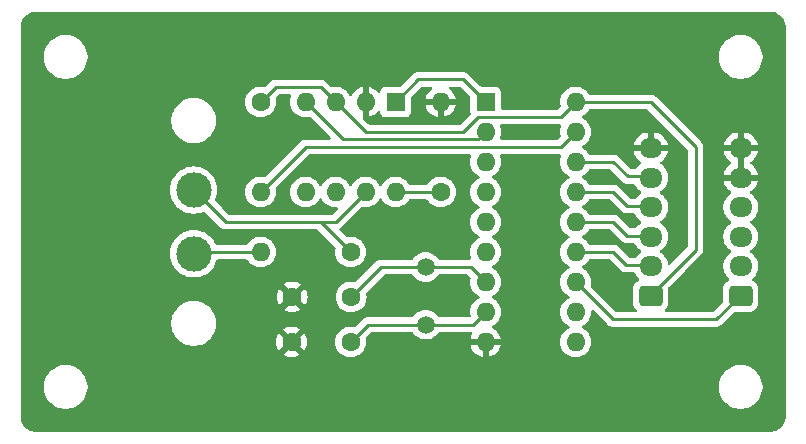
<source format=gtl>
%TF.GenerationSoftware,KiCad,Pcbnew,8.0.2*%
%TF.CreationDate,2024-05-12T16:09:49+01:00*%
%TF.ProjectId,TelemetryCANBoard,54656c65-6d65-4747-9279-43414e426f61,rev?*%
%TF.SameCoordinates,Original*%
%TF.FileFunction,Copper,L1,Top*%
%TF.FilePolarity,Positive*%
%FSLAX46Y46*%
G04 Gerber Fmt 4.6, Leading zero omitted, Abs format (unit mm)*
G04 Created by KiCad (PCBNEW 8.0.2) date 2024-05-12 16:09:49*
%MOMM*%
%LPD*%
G01*
G04 APERTURE LIST*
G04 Aperture macros list*
%AMRoundRect*
0 Rectangle with rounded corners*
0 $1 Rounding radius*
0 $2 $3 $4 $5 $6 $7 $8 $9 X,Y pos of 4 corners*
0 Add a 4 corners polygon primitive as box body*
4,1,4,$2,$3,$4,$5,$6,$7,$8,$9,$2,$3,0*
0 Add four circle primitives for the rounded corners*
1,1,$1+$1,$2,$3*
1,1,$1+$1,$4,$5*
1,1,$1+$1,$6,$7*
1,1,$1+$1,$8,$9*
0 Add four rect primitives between the rounded corners*
20,1,$1+$1,$2,$3,$4,$5,0*
20,1,$1+$1,$4,$5,$6,$7,0*
20,1,$1+$1,$6,$7,$8,$9,0*
20,1,$1+$1,$8,$9,$2,$3,0*%
G04 Aperture macros list end*
%TA.AperFunction,ComponentPad*%
%ADD10C,1.600000*%
%TD*%
%TA.AperFunction,ComponentPad*%
%ADD11O,1.600000X1.600000*%
%TD*%
%TA.AperFunction,ComponentPad*%
%ADD12RoundRect,0.250000X0.725000X-0.600000X0.725000X0.600000X-0.725000X0.600000X-0.725000X-0.600000X0*%
%TD*%
%TA.AperFunction,ComponentPad*%
%ADD13O,1.950000X1.700000*%
%TD*%
%TA.AperFunction,ComponentPad*%
%ADD14R,1.600000X1.600000*%
%TD*%
%TA.AperFunction,ComponentPad*%
%ADD15C,3.000000*%
%TD*%
%TA.AperFunction,ComponentPad*%
%ADD16C,1.500000*%
%TD*%
%TA.AperFunction,ViaPad*%
%ADD17C,0.800000*%
%TD*%
%TA.AperFunction,Conductor*%
%ADD18C,0.250000*%
%TD*%
G04 APERTURE END LIST*
D10*
%TO.P,R1,1*%
%TO.N,Net-(U1-Rs)*%
X160020000Y-90170000D03*
D11*
%TO.P,R1,2*%
%TO.N,GND*%
X160020000Y-82550000D03*
%TD*%
D12*
%TO.P,J1,1,Pin_1*%
%TO.N,+5V*%
X177800000Y-98960000D03*
D13*
%TO.P,J1,2,Pin_2*%
%TO.N,/SPI_SCK*%
X177800000Y-96460000D03*
%TO.P,J1,3,Pin_3*%
%TO.N,/SPI_MOSI*%
X177800000Y-93960000D03*
%TO.P,J1,4,Pin_4*%
%TO.N,/SPI_MISO*%
X177800000Y-91460000D03*
%TO.P,J1,5,Pin_5*%
%TO.N,/SPI_CS*%
X177800000Y-88960000D03*
%TO.P,J1,6,Pin_6*%
%TO.N,GND*%
X177800000Y-86460000D03*
%TD*%
D10*
%TO.P,R2,1*%
%TO.N,+5V*%
X144780000Y-82550000D03*
D11*
%TO.P,R2,2*%
%TO.N,Net-(U2-~{RESET})*%
X144780000Y-90170000D03*
%TD*%
D14*
%TO.P,U1,1,TXD*%
%TO.N,Net-(U1-TXD)*%
X156210000Y-82550000D03*
D11*
%TO.P,U1,2,VSS*%
%TO.N,GND*%
X153670000Y-82550000D03*
%TO.P,U1,3,VDD*%
%TO.N,+5V*%
X151130000Y-82550000D03*
%TO.P,U1,4,RXD*%
%TO.N,Net-(U1-RXD)*%
X148590000Y-82550000D03*
%TO.P,U1,5,Vref*%
%TO.N,unconnected-(U1-Vref-Pad5)*%
X148590000Y-90170000D03*
%TO.P,U1,6,CANL*%
%TO.N,/CANL*%
X151130000Y-90170000D03*
%TO.P,U1,7,CANH*%
%TO.N,/CANH*%
X153670000Y-90170000D03*
%TO.P,U1,8,Rs*%
%TO.N,Net-(U1-Rs)*%
X156210000Y-90170000D03*
%TD*%
D15*
%TO.P,J3,1,Pin_1*%
%TO.N,/CANH*%
X139110000Y-90010000D03*
%TO.P,J3,2,Pin_2*%
%TO.N,/CANL*%
X139110000Y-95410000D03*
%TD*%
D16*
%TO.P,Y1,1,1*%
%TO.N,Net-(U2-OSC2)*%
X158750000Y-96520000D03*
%TO.P,Y1,2,2*%
%TO.N,Net-(U2-OSC1)*%
X158750000Y-101400000D03*
%TD*%
D12*
%TO.P,J2,1,Pin_1*%
%TO.N,/INT*%
X185420000Y-98960000D03*
D13*
%TO.P,J2,2,Pin_2*%
%TO.N,unconnected-(J2-Pin_2-Pad2)*%
X185420000Y-96460000D03*
%TO.P,J2,3,Pin_3*%
%TO.N,unconnected-(J2-Pin_3-Pad3)*%
X185420000Y-93960000D03*
%TO.P,J2,4,Pin_4*%
%TO.N,unconnected-(J2-Pin_4-Pad4)*%
X185420000Y-91460000D03*
%TO.P,J2,5,Pin_5*%
%TO.N,GND*%
X185420000Y-88960000D03*
%TO.P,J2,6,Pin_6*%
X185420000Y-86460000D03*
%TD*%
D10*
%TO.P,R3,1*%
%TO.N,/CANH*%
X152400000Y-95250000D03*
D11*
%TO.P,R3,2*%
%TO.N,/CANL*%
X144780000Y-95250000D03*
%TD*%
D14*
%TO.P,U2,1,TXCAN*%
%TO.N,Net-(U1-TXD)*%
X163830000Y-82550000D03*
D11*
%TO.P,U2,2,RXCAN*%
%TO.N,Net-(U1-RXD)*%
X163830000Y-85090000D03*
%TO.P,U2,3,CLKOUT/SOF*%
%TO.N,unconnected-(U2-CLKOUT{slash}SOF-Pad3)*%
X163830000Y-87630000D03*
%TO.P,U2,4,~{TX0RTS}*%
%TO.N,unconnected-(U2-~{TX0RTS}-Pad4)*%
X163830000Y-90170000D03*
%TO.P,U2,5,~{TX1RTS}*%
%TO.N,unconnected-(U2-~{TX1RTS}-Pad5)*%
X163830000Y-92710000D03*
%TO.P,U2,6,~{TX2RTS}*%
%TO.N,unconnected-(U2-~{TX2RTS}-Pad6)*%
X163830000Y-95250000D03*
%TO.P,U2,7,OSC2*%
%TO.N,Net-(U2-OSC2)*%
X163830000Y-97790000D03*
%TO.P,U2,8,OSC1*%
%TO.N,Net-(U2-OSC1)*%
X163830000Y-100330000D03*
%TO.P,U2,9,VSS*%
%TO.N,GND*%
X163830000Y-102870000D03*
%TO.P,U2,10,~{RX1BF}*%
%TO.N,unconnected-(U2-~{RX1BF}-Pad10)*%
X171450000Y-102870000D03*
%TO.P,U2,11,~{RX0BF}*%
%TO.N,unconnected-(U2-~{RX0BF}-Pad11)*%
X171450000Y-100330000D03*
%TO.P,U2,12,~{INT}*%
%TO.N,/INT*%
X171450000Y-97790000D03*
%TO.P,U2,13,SCK*%
%TO.N,/SPI_SCK*%
X171450000Y-95250000D03*
%TO.P,U2,14,SI*%
%TO.N,/SPI_MOSI*%
X171450000Y-92710000D03*
%TO.P,U2,15,SO*%
%TO.N,/SPI_MISO*%
X171450000Y-90170000D03*
%TO.P,U2,16,~{CS}*%
%TO.N,/SPI_CS*%
X171450000Y-87630000D03*
%TO.P,U2,17,~{RESET}*%
%TO.N,Net-(U2-~{RESET})*%
X171450000Y-85090000D03*
%TO.P,U2,18,VDD*%
%TO.N,+5V*%
X171450000Y-82550000D03*
%TD*%
D10*
%TO.P,C1,1*%
%TO.N,GND*%
X147440000Y-99060000D03*
%TO.P,C1,2*%
%TO.N,Net-(U2-OSC2)*%
X152440000Y-99060000D03*
%TD*%
%TO.P,C2,1*%
%TO.N,GND*%
X147400000Y-102870000D03*
%TO.P,C2,2*%
%TO.N,Net-(U2-OSC1)*%
X152400000Y-102870000D03*
%TD*%
D17*
%TO.N,GND*%
X167640000Y-85090000D03*
X174625000Y-97790000D03*
X173990000Y-91440000D03*
X173990000Y-88900000D03*
X173990000Y-93980000D03*
%TD*%
D18*
%TO.N,Net-(U2-OSC2)*%
X158750000Y-96520000D02*
X154980000Y-96520000D01*
X154980000Y-96520000D02*
X152440000Y-99060000D01*
X158750000Y-96520000D02*
X162560000Y-96520000D01*
X162560000Y-96520000D02*
X163830000Y-97790000D01*
%TO.N,Net-(U2-OSC1)*%
X162760000Y-101400000D02*
X163830000Y-100330000D01*
X158750000Y-101400000D02*
X153870000Y-101400000D01*
X153870000Y-101400000D02*
X152400000Y-102870000D01*
X158750000Y-101400000D02*
X162760000Y-101400000D01*
%TO.N,+5V*%
X170180000Y-83820000D02*
X171450000Y-82550000D01*
X153670000Y-85090000D02*
X161925000Y-85090000D01*
X171450000Y-82550000D02*
X177800000Y-82550000D01*
X181610000Y-86360000D02*
X181610000Y-95050000D01*
X177800000Y-82550000D02*
X181610000Y-86360000D01*
X161925000Y-85090000D02*
X163195000Y-83820000D01*
X146050000Y-81280000D02*
X149860000Y-81280000D01*
X181610000Y-95050000D02*
X177800000Y-98860000D01*
X151130000Y-82550000D02*
X153670000Y-85090000D01*
X144780000Y-82550000D02*
X146050000Y-81280000D01*
X149860000Y-81280000D02*
X151130000Y-82550000D01*
X163195000Y-83820000D02*
X170180000Y-83820000D01*
%TO.N,/SPI_SCK*%
X175735000Y-96360000D02*
X174625000Y-95250000D01*
X174625000Y-95250000D02*
X171450000Y-95250000D01*
X177800000Y-96360000D02*
X175735000Y-96360000D01*
%TO.N,/SPI_MOSI*%
X174625000Y-92710000D02*
X171450000Y-92710000D01*
X177800000Y-93860000D02*
X175775000Y-93860000D01*
X175775000Y-93860000D02*
X174625000Y-92710000D01*
%TO.N,/SPI_MISO*%
X174625000Y-90170000D02*
X175815000Y-91360000D01*
X175815000Y-91360000D02*
X177800000Y-91360000D01*
X171450000Y-90170000D02*
X174625000Y-90170000D01*
%TO.N,/SPI_CS*%
X175855000Y-88860000D02*
X174625000Y-87630000D01*
X174625000Y-87630000D02*
X171450000Y-87630000D01*
X177800000Y-88860000D02*
X175855000Y-88860000D01*
%TO.N,/INT*%
X174625000Y-100965000D02*
X183315000Y-100965000D01*
X171450000Y-97790000D02*
X174625000Y-100965000D01*
X183315000Y-100965000D02*
X185420000Y-98860000D01*
%TO.N,/CANH*%
X141810000Y-92710000D02*
X139110000Y-90010000D01*
X149860000Y-92710000D02*
X151130000Y-92710000D01*
X151130000Y-92710000D02*
X153670000Y-90170000D01*
X149860000Y-92710000D02*
X141810000Y-92710000D01*
X149860000Y-92710000D02*
X152400000Y-95250000D01*
%TO.N,/CANL*%
X144780000Y-95250000D02*
X139270000Y-95250000D01*
X139555000Y-95250000D02*
X139110000Y-94805000D01*
X139270000Y-95250000D02*
X139110000Y-95410000D01*
%TO.N,Net-(U1-Rs)*%
X156210000Y-90170000D02*
X160020000Y-90170000D01*
%TO.N,Net-(U2-~{RESET})*%
X144780000Y-90170000D02*
X148590000Y-86360000D01*
X148590000Y-86360000D02*
X170180000Y-86360000D01*
X170180000Y-86360000D02*
X171450000Y-85090000D01*
%TO.N,Net-(U1-TXD)*%
X161925000Y-80645000D02*
X163830000Y-82550000D01*
X156210000Y-82550000D02*
X158115000Y-80645000D01*
X158115000Y-80645000D02*
X161925000Y-80645000D01*
%TO.N,Net-(U1-RXD)*%
X151765000Y-85725000D02*
X163195000Y-85725000D01*
X163195000Y-85725000D02*
X163830000Y-85090000D01*
X148590000Y-82550000D02*
X151765000Y-85725000D01*
%TD*%
%TA.AperFunction,Conductor*%
%TO.N,GND*%
G36*
X174381587Y-95895185D02*
G01*
X174402229Y-95911819D01*
X175246016Y-96755606D01*
X175246045Y-96755637D01*
X175336264Y-96845856D01*
X175336267Y-96845858D01*
X175387490Y-96880084D01*
X175438714Y-96914312D01*
X175516536Y-96946546D01*
X175516537Y-96946547D01*
X175516538Y-96946547D01*
X175552548Y-96961463D01*
X175612971Y-96973481D01*
X175673393Y-96985500D01*
X175673394Y-96985500D01*
X176351067Y-96985500D01*
X176418106Y-97005185D01*
X176461552Y-97053205D01*
X176518608Y-97165185D01*
X176519950Y-97167817D01*
X176519956Y-97167826D01*
X176644890Y-97339786D01*
X176783705Y-97478601D01*
X176817190Y-97539924D01*
X176812206Y-97609616D01*
X176770334Y-97665549D01*
X176761121Y-97671821D01*
X176606342Y-97767289D01*
X176482289Y-97891342D01*
X176390187Y-98040663D01*
X176390185Y-98040668D01*
X176375480Y-98085046D01*
X176335001Y-98207203D01*
X176335001Y-98207204D01*
X176335000Y-98207204D01*
X176324500Y-98309983D01*
X176324500Y-99610001D01*
X176324501Y-99610018D01*
X176335000Y-99712796D01*
X176335001Y-99712799D01*
X176390185Y-99879331D01*
X176390187Y-99879336D01*
X176482289Y-100028657D01*
X176581451Y-100127819D01*
X176614936Y-100189142D01*
X176609952Y-100258834D01*
X176568080Y-100314767D01*
X176502616Y-100339184D01*
X176493770Y-100339500D01*
X174935452Y-100339500D01*
X174868413Y-100319815D01*
X174847771Y-100303181D01*
X172749412Y-98204822D01*
X172715927Y-98143499D01*
X172717318Y-98085048D01*
X172735635Y-98016692D01*
X172755468Y-97790000D01*
X172754143Y-97774860D01*
X172740584Y-97619873D01*
X172735635Y-97563308D01*
X172676739Y-97343504D01*
X172580568Y-97137266D01*
X172450047Y-96950861D01*
X172450045Y-96950858D01*
X172289141Y-96789954D01*
X172102734Y-96659432D01*
X172102728Y-96659429D01*
X172044725Y-96632382D01*
X171992285Y-96586210D01*
X171973133Y-96519017D01*
X171993348Y-96452135D01*
X172044725Y-96407618D01*
X172102734Y-96380568D01*
X172289139Y-96250047D01*
X172450047Y-96089139D01*
X172536488Y-95965687D01*
X172562613Y-95928377D01*
X172617189Y-95884752D01*
X172664188Y-95875500D01*
X174314548Y-95875500D01*
X174381587Y-95895185D01*
G37*
%TD.AperFunction*%
%TA.AperFunction,Conductor*%
G36*
X177556587Y-83195185D02*
G01*
X177577229Y-83211819D01*
X180948181Y-86582771D01*
X180981666Y-86644094D01*
X180984500Y-86670452D01*
X180984500Y-94739547D01*
X180964815Y-94806586D01*
X180948181Y-94827228D01*
X179467572Y-96307836D01*
X179406249Y-96341321D01*
X179336557Y-96336337D01*
X179280624Y-96294465D01*
X179257418Y-96239554D01*
X179242246Y-96143757D01*
X179176557Y-95941588D01*
X179080051Y-95752184D01*
X179080049Y-95752181D01*
X179080048Y-95752179D01*
X178955109Y-95580213D01*
X178804792Y-95429896D01*
X178804784Y-95429890D01*
X178640204Y-95310316D01*
X178597540Y-95254989D01*
X178591561Y-95185376D01*
X178624166Y-95123580D01*
X178640199Y-95109686D01*
X178804792Y-94990104D01*
X178955104Y-94839792D01*
X178955106Y-94839788D01*
X178955109Y-94839786D01*
X179080048Y-94667820D01*
X179080050Y-94667817D01*
X179080051Y-94667816D01*
X179176557Y-94478412D01*
X179242246Y-94276243D01*
X179275500Y-94066287D01*
X179275500Y-93853713D01*
X179242246Y-93643757D01*
X179176557Y-93441588D01*
X179080051Y-93252184D01*
X179080049Y-93252181D01*
X179080048Y-93252179D01*
X178955109Y-93080213D01*
X178804792Y-92929896D01*
X178804784Y-92929890D01*
X178640204Y-92810316D01*
X178597540Y-92754989D01*
X178591561Y-92685376D01*
X178624166Y-92623580D01*
X178640199Y-92609686D01*
X178804792Y-92490104D01*
X178955104Y-92339792D01*
X178955106Y-92339788D01*
X178955109Y-92339786D01*
X179080048Y-92167820D01*
X179080050Y-92167817D01*
X179080051Y-92167816D01*
X179176557Y-91978412D01*
X179242246Y-91776243D01*
X179275500Y-91566287D01*
X179275500Y-91353713D01*
X179242246Y-91143757D01*
X179176557Y-90941588D01*
X179080051Y-90752184D01*
X179080049Y-90752181D01*
X179080048Y-90752179D01*
X178955109Y-90580213D01*
X178804792Y-90429896D01*
X178759082Y-90396686D01*
X178640204Y-90310316D01*
X178597540Y-90254989D01*
X178591561Y-90185376D01*
X178624166Y-90123580D01*
X178640199Y-90109686D01*
X178804792Y-89990104D01*
X178955104Y-89839792D01*
X178955106Y-89839788D01*
X178955109Y-89839786D01*
X179080048Y-89667820D01*
X179080050Y-89667817D01*
X179080051Y-89667816D01*
X179176557Y-89478412D01*
X179242246Y-89276243D01*
X179275500Y-89066287D01*
X179275500Y-88853713D01*
X179242246Y-88643757D01*
X179176557Y-88441588D01*
X179080051Y-88252184D01*
X179080049Y-88252181D01*
X179080048Y-88252179D01*
X178955109Y-88080213D01*
X178804790Y-87929894D01*
X178804785Y-87929890D01*
X178639781Y-87810008D01*
X178597115Y-87754678D01*
X178591136Y-87685065D01*
X178623741Y-87623270D01*
X178639781Y-87609371D01*
X178804466Y-87489721D01*
X178954723Y-87339464D01*
X178954727Y-87339459D01*
X179079620Y-87167557D01*
X179176095Y-86978217D01*
X179241757Y-86776129D01*
X179241757Y-86776126D01*
X179252231Y-86710000D01*
X178204146Y-86710000D01*
X178242630Y-86643343D01*
X178275000Y-86522535D01*
X178275000Y-86397465D01*
X178242630Y-86276657D01*
X178204146Y-86210000D01*
X179252231Y-86210000D01*
X179241757Y-86143873D01*
X179241757Y-86143870D01*
X179176095Y-85941782D01*
X179079620Y-85752442D01*
X178954727Y-85580540D01*
X178954723Y-85580535D01*
X178804464Y-85430276D01*
X178804459Y-85430272D01*
X178632557Y-85305379D01*
X178443217Y-85208904D01*
X178241128Y-85143242D01*
X178050000Y-85112969D01*
X178050000Y-86055854D01*
X177983343Y-86017370D01*
X177862535Y-85985000D01*
X177737465Y-85985000D01*
X177616657Y-86017370D01*
X177550000Y-86055854D01*
X177550000Y-85112969D01*
X177358872Y-85143242D01*
X177358869Y-85143242D01*
X177156782Y-85208904D01*
X176967442Y-85305379D01*
X176795540Y-85430272D01*
X176795535Y-85430276D01*
X176645276Y-85580535D01*
X176645272Y-85580540D01*
X176520379Y-85752442D01*
X176423904Y-85941782D01*
X176358242Y-86143870D01*
X176358242Y-86143873D01*
X176347769Y-86210000D01*
X177395854Y-86210000D01*
X177357370Y-86276657D01*
X177325000Y-86397465D01*
X177325000Y-86522535D01*
X177357370Y-86643343D01*
X177395854Y-86710000D01*
X176347769Y-86710000D01*
X176358242Y-86776126D01*
X176358242Y-86776129D01*
X176423904Y-86978217D01*
X176520379Y-87167557D01*
X176645272Y-87339459D01*
X176645276Y-87339464D01*
X176795535Y-87489723D01*
X176795540Y-87489727D01*
X176960218Y-87609372D01*
X177002884Y-87664701D01*
X177008863Y-87734315D01*
X176976258Y-87796110D01*
X176960218Y-87810008D01*
X176795214Y-87929890D01*
X176795209Y-87929894D01*
X176644892Y-88080211D01*
X176569935Y-88183384D01*
X176514605Y-88226051D01*
X176469616Y-88234500D01*
X176165453Y-88234500D01*
X176098414Y-88214815D01*
X176077772Y-88198181D01*
X175117928Y-87238338D01*
X175117925Y-87238334D01*
X175117925Y-87238335D01*
X175110858Y-87231268D01*
X175110858Y-87231267D01*
X175023733Y-87144142D01*
X175023732Y-87144141D01*
X175023731Y-87144140D01*
X174972509Y-87109915D01*
X174921286Y-87075688D01*
X174921283Y-87075686D01*
X174921280Y-87075685D01*
X174840792Y-87042347D01*
X174807453Y-87028537D01*
X174797427Y-87026543D01*
X174747029Y-87016518D01*
X174686610Y-87004500D01*
X174686607Y-87004500D01*
X174686606Y-87004500D01*
X172664188Y-87004500D01*
X172597149Y-86984815D01*
X172562613Y-86951623D01*
X172450045Y-86790858D01*
X172289141Y-86629954D01*
X172102734Y-86499432D01*
X172102728Y-86499429D01*
X172044725Y-86472382D01*
X171992285Y-86426210D01*
X171973133Y-86359017D01*
X171993348Y-86292135D01*
X172044725Y-86247618D01*
X172102734Y-86220568D01*
X172289139Y-86090047D01*
X172450047Y-85929139D01*
X172580568Y-85742734D01*
X172676739Y-85536496D01*
X172735635Y-85316692D01*
X172755468Y-85090000D01*
X172735635Y-84863308D01*
X172676739Y-84643504D01*
X172580568Y-84437266D01*
X172450047Y-84250861D01*
X172450045Y-84250858D01*
X172289141Y-84089954D01*
X172102734Y-83959432D01*
X172102728Y-83959429D01*
X172044725Y-83932382D01*
X171992285Y-83886210D01*
X171973133Y-83819017D01*
X171993348Y-83752135D01*
X172044725Y-83707618D01*
X172102734Y-83680568D01*
X172289139Y-83550047D01*
X172450047Y-83389139D01*
X172562613Y-83228377D01*
X172617189Y-83184752D01*
X172664188Y-83175500D01*
X177489548Y-83175500D01*
X177556587Y-83195185D01*
G37*
%TD.AperFunction*%
%TA.AperFunction,Conductor*%
G36*
X174381587Y-93355185D02*
G01*
X174402229Y-93371819D01*
X175376263Y-94345855D01*
X175376267Y-94345858D01*
X175478710Y-94414309D01*
X175478711Y-94414309D01*
X175478715Y-94414312D01*
X175545396Y-94441931D01*
X175545398Y-94441933D01*
X175592543Y-94461461D01*
X175592548Y-94461463D01*
X175612597Y-94465451D01*
X175646196Y-94472134D01*
X175713392Y-94485501D01*
X175713394Y-94485501D01*
X175842721Y-94485501D01*
X175842741Y-94485500D01*
X176351067Y-94485500D01*
X176418106Y-94505185D01*
X176461552Y-94553205D01*
X176473591Y-94576833D01*
X176511517Y-94651268D01*
X176519950Y-94667817D01*
X176519956Y-94667826D01*
X176644890Y-94839786D01*
X176795209Y-94990105D01*
X176795214Y-94990109D01*
X176959793Y-95109682D01*
X177002459Y-95165011D01*
X177008438Y-95234625D01*
X176975833Y-95296420D01*
X176959793Y-95310318D01*
X176795214Y-95429890D01*
X176795209Y-95429894D01*
X176644892Y-95580211D01*
X176569935Y-95683384D01*
X176514605Y-95726051D01*
X176469616Y-95734500D01*
X176045452Y-95734500D01*
X175978413Y-95714815D01*
X175957771Y-95698181D01*
X175115198Y-94855608D01*
X175115178Y-94855586D01*
X175023736Y-94764144D01*
X175023732Y-94764141D01*
X174954258Y-94717720D01*
X174921286Y-94695688D01*
X174921287Y-94695688D01*
X174921285Y-94695687D01*
X174874513Y-94676314D01*
X174814040Y-94651266D01*
X174814035Y-94651262D01*
X174814035Y-94651264D01*
X174807453Y-94648537D01*
X174807454Y-94648537D01*
X174787403Y-94644549D01*
X174747029Y-94636518D01*
X174686610Y-94624500D01*
X174686607Y-94624500D01*
X174686606Y-94624500D01*
X172664188Y-94624500D01*
X172597149Y-94604815D01*
X172562613Y-94571623D01*
X172450045Y-94410858D01*
X172289141Y-94249954D01*
X172102734Y-94119432D01*
X172102728Y-94119429D01*
X172075038Y-94106517D01*
X172044724Y-94092381D01*
X171992285Y-94046210D01*
X171973133Y-93979017D01*
X171993348Y-93912135D01*
X172044725Y-93867618D01*
X172102734Y-93840568D01*
X172289139Y-93710047D01*
X172450047Y-93549139D01*
X172538949Y-93422173D01*
X172562613Y-93388377D01*
X172617189Y-93344752D01*
X172664188Y-93335500D01*
X174314548Y-93335500D01*
X174381587Y-93355185D01*
G37*
%TD.AperFunction*%
%TA.AperFunction,Conductor*%
G36*
X174381587Y-90815185D02*
G01*
X174402229Y-90831819D01*
X175326016Y-91755606D01*
X175326045Y-91755637D01*
X175416264Y-91845856D01*
X175453686Y-91870861D01*
X175453687Y-91870861D01*
X175518714Y-91914312D01*
X175599207Y-91947652D01*
X175632548Y-91961463D01*
X175692971Y-91973481D01*
X175753393Y-91985500D01*
X175753394Y-91985500D01*
X176351067Y-91985500D01*
X176418106Y-92005185D01*
X176461552Y-92053205D01*
X176519950Y-92167817D01*
X176519956Y-92167826D01*
X176644890Y-92339786D01*
X176795209Y-92490105D01*
X176795214Y-92490109D01*
X176959793Y-92609682D01*
X177002459Y-92665011D01*
X177008438Y-92734625D01*
X176975833Y-92796420D01*
X176959793Y-92810318D01*
X176795214Y-92929890D01*
X176795209Y-92929894D01*
X176644892Y-93080211D01*
X176569935Y-93183384D01*
X176514605Y-93226051D01*
X176469616Y-93234500D01*
X176085453Y-93234500D01*
X176018414Y-93214815D01*
X175997772Y-93198181D01*
X175117928Y-92318338D01*
X175117925Y-92318334D01*
X175117925Y-92318335D01*
X175110858Y-92311268D01*
X175110858Y-92311267D01*
X175023733Y-92224142D01*
X175023732Y-92224141D01*
X175023731Y-92224140D01*
X174972509Y-92189915D01*
X174921287Y-92155689D01*
X174921286Y-92155688D01*
X174921283Y-92155686D01*
X174921280Y-92155685D01*
X174840792Y-92122347D01*
X174807453Y-92108537D01*
X174797427Y-92106543D01*
X174747029Y-92096518D01*
X174686610Y-92084500D01*
X174686607Y-92084500D01*
X174686606Y-92084500D01*
X172664188Y-92084500D01*
X172597149Y-92064815D01*
X172562613Y-92031623D01*
X172450045Y-91870858D01*
X172289141Y-91709954D01*
X172102734Y-91579432D01*
X172102728Y-91579429D01*
X172044725Y-91552382D01*
X171992285Y-91506210D01*
X171973133Y-91439017D01*
X171993348Y-91372135D01*
X172044725Y-91327618D01*
X172053760Y-91323405D01*
X172102734Y-91300568D01*
X172289139Y-91170047D01*
X172450047Y-91009139D01*
X172562613Y-90848377D01*
X172617189Y-90804752D01*
X172664188Y-90795500D01*
X174314548Y-90795500D01*
X174381587Y-90815185D01*
G37*
%TD.AperFunction*%
%TA.AperFunction,Conductor*%
G36*
X174381587Y-88275185D02*
G01*
X174402229Y-88291819D01*
X175456263Y-89345855D01*
X175456267Y-89345858D01*
X175558710Y-89414309D01*
X175558711Y-89414309D01*
X175558715Y-89414312D01*
X175625396Y-89441931D01*
X175625398Y-89441933D01*
X175672543Y-89461461D01*
X175672548Y-89461463D01*
X175692597Y-89465451D01*
X175726196Y-89472134D01*
X175793392Y-89485501D01*
X175793394Y-89485501D01*
X175922721Y-89485501D01*
X175922741Y-89485500D01*
X176351067Y-89485500D01*
X176418106Y-89505185D01*
X176461552Y-89553205D01*
X176519817Y-89667557D01*
X176519950Y-89667817D01*
X176519956Y-89667826D01*
X176644890Y-89839786D01*
X176795209Y-89990105D01*
X176795214Y-89990109D01*
X176959793Y-90109682D01*
X177002459Y-90165011D01*
X177008438Y-90234625D01*
X176975833Y-90296420D01*
X176959793Y-90310318D01*
X176795214Y-90429890D01*
X176795209Y-90429894D01*
X176644892Y-90580211D01*
X176569935Y-90683384D01*
X176514605Y-90726051D01*
X176469616Y-90734500D01*
X176125452Y-90734500D01*
X176058413Y-90714815D01*
X176037771Y-90698181D01*
X175115198Y-89775608D01*
X175115178Y-89775586D01*
X175023733Y-89684141D01*
X174972509Y-89649915D01*
X174967946Y-89646866D01*
X174921286Y-89615688D01*
X174921283Y-89615686D01*
X174921280Y-89615685D01*
X174839580Y-89581845D01*
X174807453Y-89568537D01*
X174797427Y-89566543D01*
X174747029Y-89556518D01*
X174686610Y-89544500D01*
X174686607Y-89544500D01*
X174686606Y-89544500D01*
X172664188Y-89544500D01*
X172597149Y-89524815D01*
X172562613Y-89491623D01*
X172450045Y-89330858D01*
X172289141Y-89169954D01*
X172102734Y-89039432D01*
X172102728Y-89039429D01*
X172075038Y-89026517D01*
X172044724Y-89012381D01*
X171992285Y-88966210D01*
X171973133Y-88899017D01*
X171993348Y-88832135D01*
X172044725Y-88787618D01*
X172102734Y-88760568D01*
X172289139Y-88630047D01*
X172450047Y-88469139D01*
X172562613Y-88308377D01*
X172617189Y-88264752D01*
X172664188Y-88255500D01*
X174314548Y-88255500D01*
X174381587Y-88275185D01*
G37*
%TD.AperFunction*%
%TA.AperFunction,Conductor*%
G36*
X185670000Y-88555854D02*
G01*
X185603343Y-88517370D01*
X185482535Y-88485000D01*
X185357465Y-88485000D01*
X185236657Y-88517370D01*
X185170000Y-88555854D01*
X185170000Y-86864145D01*
X185236657Y-86902630D01*
X185357465Y-86935000D01*
X185482535Y-86935000D01*
X185603343Y-86902630D01*
X185670000Y-86864145D01*
X185670000Y-88555854D01*
G37*
%TD.AperFunction*%
%TA.AperFunction,Conductor*%
G36*
X170187990Y-84465185D02*
G01*
X170233745Y-84517989D01*
X170243689Y-84587147D01*
X170233333Y-84621905D01*
X170223262Y-84643502D01*
X170223258Y-84643511D01*
X170164366Y-84863302D01*
X170164364Y-84863313D01*
X170144532Y-85089998D01*
X170144532Y-85090000D01*
X170146541Y-85112969D01*
X170164365Y-85316692D01*
X170164367Y-85316699D01*
X170182680Y-85385049D01*
X170181016Y-85454899D01*
X170150586Y-85504822D01*
X169957227Y-85698182D01*
X169895907Y-85731666D01*
X169869548Y-85734500D01*
X165159049Y-85734500D01*
X165092010Y-85714815D01*
X165046255Y-85662011D01*
X165036311Y-85592853D01*
X165046667Y-85558095D01*
X165056739Y-85536496D01*
X165115635Y-85316692D01*
X165135468Y-85090000D01*
X165115635Y-84863308D01*
X165056739Y-84643504D01*
X165046666Y-84621904D01*
X165036175Y-84552827D01*
X165064695Y-84489043D01*
X165123171Y-84450804D01*
X165159049Y-84445500D01*
X170120951Y-84445500D01*
X170187990Y-84465185D01*
G37*
%TD.AperFunction*%
%TA.AperFunction,Conductor*%
G36*
X159254596Y-81290185D02*
G01*
X159300351Y-81342989D01*
X159310295Y-81412147D01*
X159281270Y-81475703D01*
X159258681Y-81496075D01*
X159181179Y-81550342D01*
X159020342Y-81711179D01*
X158889865Y-81897517D01*
X158793734Y-82103673D01*
X158793730Y-82103682D01*
X158741127Y-82299999D01*
X158741128Y-82300000D01*
X159704314Y-82300000D01*
X159699920Y-82304394D01*
X159647259Y-82395606D01*
X159620000Y-82497339D01*
X159620000Y-82602661D01*
X159647259Y-82704394D01*
X159699920Y-82795606D01*
X159704314Y-82800000D01*
X158741128Y-82800000D01*
X158793730Y-82996317D01*
X158793734Y-82996326D01*
X158889865Y-83202482D01*
X159020342Y-83388820D01*
X159181179Y-83549657D01*
X159367517Y-83680134D01*
X159573673Y-83776265D01*
X159573682Y-83776269D01*
X159769999Y-83828872D01*
X159770000Y-83828871D01*
X159770000Y-82865686D01*
X159774394Y-82870080D01*
X159865606Y-82922741D01*
X159967339Y-82950000D01*
X160072661Y-82950000D01*
X160174394Y-82922741D01*
X160265606Y-82870080D01*
X160270000Y-82865686D01*
X160270000Y-83828872D01*
X160466317Y-83776269D01*
X160466326Y-83776265D01*
X160672482Y-83680134D01*
X160858820Y-83549657D01*
X161019657Y-83388820D01*
X161150134Y-83202482D01*
X161246265Y-82996326D01*
X161246269Y-82996317D01*
X161298872Y-82800000D01*
X160335686Y-82800000D01*
X160340080Y-82795606D01*
X160392741Y-82704394D01*
X160420000Y-82602661D01*
X160420000Y-82497339D01*
X160392741Y-82395606D01*
X160340080Y-82304394D01*
X160335686Y-82300000D01*
X161298872Y-82300000D01*
X161298872Y-82299999D01*
X161246269Y-82103682D01*
X161246265Y-82103673D01*
X161150134Y-81897517D01*
X161019657Y-81711179D01*
X160858820Y-81550342D01*
X160781319Y-81496075D01*
X160737694Y-81441498D01*
X160730502Y-81371999D01*
X160762024Y-81309645D01*
X160822254Y-81274231D01*
X160852443Y-81270500D01*
X161614548Y-81270500D01*
X161681587Y-81290185D01*
X161702229Y-81306819D01*
X162493181Y-82097771D01*
X162526666Y-82159094D01*
X162529500Y-82185452D01*
X162529500Y-83397870D01*
X162529501Y-83397876D01*
X162535908Y-83457481D01*
X162545282Y-83482613D01*
X162550266Y-83552305D01*
X162516781Y-83613627D01*
X161702229Y-84428181D01*
X161640906Y-84461666D01*
X161614548Y-84464500D01*
X153980453Y-84464500D01*
X153913414Y-84444815D01*
X153892772Y-84428181D01*
X153448383Y-83983792D01*
X153414898Y-83922469D01*
X153419882Y-83852777D01*
X153420000Y-83852617D01*
X153420000Y-82865686D01*
X153424394Y-82870080D01*
X153515606Y-82922741D01*
X153617339Y-82950000D01*
X153722661Y-82950000D01*
X153824394Y-82922741D01*
X153915606Y-82870080D01*
X153920000Y-82865686D01*
X153920000Y-83828872D01*
X154116317Y-83776269D01*
X154116326Y-83776265D01*
X154322482Y-83680134D01*
X154508820Y-83549657D01*
X154669658Y-83388819D01*
X154687190Y-83363781D01*
X154741766Y-83320155D01*
X154811264Y-83312961D01*
X154873619Y-83344482D01*
X154909034Y-83404712D01*
X154912055Y-83421647D01*
X154915907Y-83457480D01*
X154966202Y-83592328D01*
X154966206Y-83592335D01*
X155052452Y-83707544D01*
X155052455Y-83707547D01*
X155167664Y-83793793D01*
X155167671Y-83793797D01*
X155302517Y-83844091D01*
X155302516Y-83844091D01*
X155309444Y-83844835D01*
X155362127Y-83850500D01*
X157057872Y-83850499D01*
X157117483Y-83844091D01*
X157252331Y-83793796D01*
X157367546Y-83707546D01*
X157453796Y-83592331D01*
X157504091Y-83457483D01*
X157510500Y-83397873D01*
X157510499Y-82185451D01*
X157530184Y-82118413D01*
X157546818Y-82097771D01*
X158337771Y-81306819D01*
X158399094Y-81273334D01*
X158425452Y-81270500D01*
X159187557Y-81270500D01*
X159254596Y-81290185D01*
G37*
%TD.AperFunction*%
%TA.AperFunction,Conductor*%
G36*
X187961330Y-74930029D02*
G01*
X187967463Y-74930162D01*
X188061420Y-74932209D01*
X188080243Y-74934063D01*
X188278644Y-74969047D01*
X188299516Y-74974639D01*
X188487561Y-75043082D01*
X188507143Y-75052214D01*
X188680437Y-75152265D01*
X188698136Y-75164657D01*
X188851430Y-75293285D01*
X188866713Y-75308568D01*
X188995340Y-75461861D01*
X189007734Y-75479562D01*
X189107783Y-75652852D01*
X189116918Y-75672441D01*
X189185359Y-75860480D01*
X189190953Y-75881359D01*
X189225935Y-76079752D01*
X189227790Y-76098582D01*
X189229971Y-76198667D01*
X189230000Y-76201369D01*
X189230000Y-109218630D01*
X189229971Y-109221332D01*
X189227790Y-109321417D01*
X189225935Y-109340247D01*
X189190953Y-109538640D01*
X189185359Y-109559519D01*
X189116918Y-109747558D01*
X189107783Y-109767147D01*
X189007734Y-109940437D01*
X188995337Y-109958143D01*
X188866714Y-110111430D01*
X188851430Y-110126714D01*
X188698143Y-110255337D01*
X188680437Y-110267734D01*
X188507147Y-110367783D01*
X188487558Y-110376918D01*
X188299519Y-110445359D01*
X188278640Y-110450953D01*
X188080247Y-110485935D01*
X188061417Y-110487790D01*
X187964457Y-110489902D01*
X187961330Y-110489971D01*
X187958630Y-110490000D01*
X125731370Y-110490000D01*
X125728669Y-110489971D01*
X125628583Y-110487790D01*
X125609752Y-110485935D01*
X125411359Y-110450953D01*
X125390480Y-110445359D01*
X125202441Y-110376918D01*
X125182852Y-110367783D01*
X125009562Y-110267734D01*
X124991861Y-110255340D01*
X124838568Y-110126713D01*
X124823285Y-110111430D01*
X124694657Y-109958136D01*
X124682265Y-109940437D01*
X124582216Y-109767147D01*
X124573081Y-109747558D01*
X124504640Y-109559519D01*
X124499046Y-109538640D01*
X124464064Y-109340247D01*
X124462209Y-109321415D01*
X124460029Y-109221330D01*
X124460000Y-109218630D01*
X124460000Y-106558711D01*
X126419500Y-106558711D01*
X126419500Y-106801288D01*
X126451161Y-107041785D01*
X126513947Y-107276104D01*
X126606773Y-107500205D01*
X126606776Y-107500212D01*
X126728064Y-107710289D01*
X126728066Y-107710292D01*
X126728067Y-107710293D01*
X126875733Y-107902736D01*
X126875739Y-107902743D01*
X127047256Y-108074260D01*
X127047262Y-108074265D01*
X127239711Y-108221936D01*
X127449788Y-108343224D01*
X127673900Y-108436054D01*
X127908211Y-108498838D01*
X128088586Y-108522584D01*
X128148711Y-108530500D01*
X128148712Y-108530500D01*
X128391289Y-108530500D01*
X128439388Y-108524167D01*
X128631789Y-108498838D01*
X128866100Y-108436054D01*
X129090212Y-108343224D01*
X129300289Y-108221936D01*
X129492738Y-108074265D01*
X129664265Y-107902738D01*
X129811936Y-107710289D01*
X129933224Y-107500212D01*
X130026054Y-107276100D01*
X130088838Y-107041789D01*
X130120500Y-106801288D01*
X130120500Y-106558712D01*
X130120500Y-106558711D01*
X183569500Y-106558711D01*
X183569500Y-106801288D01*
X183601161Y-107041785D01*
X183663947Y-107276104D01*
X183756773Y-107500205D01*
X183756776Y-107500212D01*
X183878064Y-107710289D01*
X183878066Y-107710292D01*
X183878067Y-107710293D01*
X184025733Y-107902736D01*
X184025739Y-107902743D01*
X184197256Y-108074260D01*
X184197262Y-108074265D01*
X184389711Y-108221936D01*
X184599788Y-108343224D01*
X184823900Y-108436054D01*
X185058211Y-108498838D01*
X185238586Y-108522584D01*
X185298711Y-108530500D01*
X185298712Y-108530500D01*
X185541289Y-108530500D01*
X185589388Y-108524167D01*
X185781789Y-108498838D01*
X186016100Y-108436054D01*
X186240212Y-108343224D01*
X186450289Y-108221936D01*
X186642738Y-108074265D01*
X186814265Y-107902738D01*
X186961936Y-107710289D01*
X187083224Y-107500212D01*
X187176054Y-107276100D01*
X187238838Y-107041789D01*
X187270500Y-106801288D01*
X187270500Y-106558712D01*
X187238838Y-106318211D01*
X187176054Y-106083900D01*
X187083224Y-105859788D01*
X186961936Y-105649711D01*
X186814265Y-105457262D01*
X186814260Y-105457256D01*
X186642743Y-105285739D01*
X186642736Y-105285733D01*
X186450293Y-105138067D01*
X186450292Y-105138066D01*
X186450289Y-105138064D01*
X186240212Y-105016776D01*
X186240205Y-105016773D01*
X186016104Y-104923947D01*
X185781785Y-104861161D01*
X185541289Y-104829500D01*
X185541288Y-104829500D01*
X185298712Y-104829500D01*
X185298711Y-104829500D01*
X185058214Y-104861161D01*
X184823895Y-104923947D01*
X184599794Y-105016773D01*
X184599785Y-105016777D01*
X184389706Y-105138067D01*
X184197263Y-105285733D01*
X184197256Y-105285739D01*
X184025739Y-105457256D01*
X184025733Y-105457263D01*
X183878067Y-105649706D01*
X183756777Y-105859785D01*
X183756773Y-105859794D01*
X183663947Y-106083895D01*
X183601161Y-106318214D01*
X183569500Y-106558711D01*
X130120500Y-106558711D01*
X130088838Y-106318211D01*
X130026054Y-106083900D01*
X129933224Y-105859788D01*
X129811936Y-105649711D01*
X129664265Y-105457262D01*
X129664260Y-105457256D01*
X129492743Y-105285739D01*
X129492736Y-105285733D01*
X129300293Y-105138067D01*
X129300292Y-105138066D01*
X129300289Y-105138064D01*
X129090212Y-105016776D01*
X129090205Y-105016773D01*
X128866104Y-104923947D01*
X128631785Y-104861161D01*
X128391289Y-104829500D01*
X128391288Y-104829500D01*
X128148712Y-104829500D01*
X128148711Y-104829500D01*
X127908214Y-104861161D01*
X127673895Y-104923947D01*
X127449794Y-105016773D01*
X127449785Y-105016777D01*
X127239706Y-105138067D01*
X127047263Y-105285733D01*
X127047256Y-105285739D01*
X126875739Y-105457256D01*
X126875733Y-105457263D01*
X126728067Y-105649706D01*
X126606777Y-105859785D01*
X126606773Y-105859794D01*
X126513947Y-106083895D01*
X126451161Y-106318214D01*
X126419500Y-106558711D01*
X124460000Y-106558711D01*
X124460000Y-101175441D01*
X137209500Y-101175441D01*
X137209500Y-101424558D01*
X137209501Y-101424575D01*
X137242017Y-101671561D01*
X137306498Y-101912207D01*
X137401830Y-102142361D01*
X137401837Y-102142376D01*
X137526400Y-102358126D01*
X137678060Y-102555774D01*
X137678066Y-102555781D01*
X137854218Y-102731933D01*
X137854225Y-102731939D01*
X138051873Y-102883599D01*
X138267623Y-103008162D01*
X138267638Y-103008169D01*
X138366825Y-103049253D01*
X138497793Y-103103502D01*
X138738435Y-103167982D01*
X138985435Y-103200500D01*
X138985442Y-103200500D01*
X139234558Y-103200500D01*
X139234565Y-103200500D01*
X139481565Y-103167982D01*
X139722207Y-103103502D01*
X139952373Y-103008164D01*
X140168127Y-102883599D01*
X140185854Y-102869997D01*
X146095034Y-102869997D01*
X146095034Y-102870002D01*
X146114858Y-103096599D01*
X146114860Y-103096610D01*
X146173730Y-103316317D01*
X146173735Y-103316331D01*
X146269863Y-103522478D01*
X146320974Y-103595472D01*
X147000000Y-102916446D01*
X147000000Y-102922661D01*
X147027259Y-103024394D01*
X147079920Y-103115606D01*
X147154394Y-103190080D01*
X147245606Y-103242741D01*
X147347339Y-103270000D01*
X147353553Y-103270000D01*
X146674526Y-103949025D01*
X146747513Y-104000132D01*
X146747521Y-104000136D01*
X146953668Y-104096264D01*
X146953682Y-104096269D01*
X147173389Y-104155139D01*
X147173400Y-104155141D01*
X147399998Y-104174966D01*
X147400002Y-104174966D01*
X147626599Y-104155141D01*
X147626610Y-104155139D01*
X147846317Y-104096269D01*
X147846331Y-104096264D01*
X148052478Y-104000136D01*
X148125471Y-103949024D01*
X147446447Y-103270000D01*
X147452661Y-103270000D01*
X147554394Y-103242741D01*
X147645606Y-103190080D01*
X147720080Y-103115606D01*
X147772741Y-103024394D01*
X147800000Y-102922661D01*
X147800000Y-102916447D01*
X148479024Y-103595471D01*
X148530136Y-103522478D01*
X148626264Y-103316331D01*
X148626269Y-103316317D01*
X148685139Y-103096610D01*
X148685141Y-103096599D01*
X148704966Y-102870002D01*
X148704966Y-102869997D01*
X148685141Y-102643400D01*
X148685139Y-102643389D01*
X148626269Y-102423682D01*
X148626264Y-102423668D01*
X148530136Y-102217521D01*
X148530132Y-102217513D01*
X148479025Y-102144526D01*
X147800000Y-102823551D01*
X147800000Y-102817339D01*
X147772741Y-102715606D01*
X147720080Y-102624394D01*
X147645606Y-102549920D01*
X147554394Y-102497259D01*
X147452661Y-102470000D01*
X147446448Y-102470000D01*
X148125472Y-101790974D01*
X148052478Y-101739863D01*
X147846331Y-101643735D01*
X147846317Y-101643730D01*
X147626610Y-101584860D01*
X147626599Y-101584858D01*
X147400002Y-101565034D01*
X147399998Y-101565034D01*
X147173400Y-101584858D01*
X147173389Y-101584860D01*
X146953682Y-101643730D01*
X146953673Y-101643734D01*
X146747516Y-101739866D01*
X146747512Y-101739868D01*
X146674526Y-101790973D01*
X146674526Y-101790974D01*
X147353553Y-102470000D01*
X147347339Y-102470000D01*
X147245606Y-102497259D01*
X147154394Y-102549920D01*
X147079920Y-102624394D01*
X147027259Y-102715606D01*
X147000000Y-102817339D01*
X147000000Y-102823552D01*
X146320974Y-102144526D01*
X146320973Y-102144526D01*
X146269868Y-102217512D01*
X146269866Y-102217516D01*
X146173734Y-102423673D01*
X146173730Y-102423682D01*
X146114860Y-102643389D01*
X146114858Y-102643400D01*
X146095034Y-102869997D01*
X140185854Y-102869997D01*
X140365776Y-102731938D01*
X140541938Y-102555776D01*
X140693599Y-102358127D01*
X140818164Y-102142373D01*
X140913502Y-101912207D01*
X140977982Y-101671565D01*
X141010500Y-101424565D01*
X141010500Y-101175435D01*
X140977982Y-100928435D01*
X140913502Y-100687793D01*
X140818164Y-100457627D01*
X140807064Y-100438402D01*
X140693599Y-100241873D01*
X140541939Y-100044225D01*
X140541933Y-100044218D01*
X140365781Y-99868066D01*
X140365774Y-99868060D01*
X140168126Y-99716400D01*
X139952376Y-99591837D01*
X139952361Y-99591830D01*
X139722207Y-99496498D01*
X139481561Y-99432017D01*
X139234575Y-99399501D01*
X139234570Y-99399500D01*
X139234565Y-99399500D01*
X138985435Y-99399500D01*
X138985429Y-99399500D01*
X138985424Y-99399501D01*
X138738438Y-99432017D01*
X138497792Y-99496498D01*
X138267638Y-99591830D01*
X138267623Y-99591837D01*
X138051873Y-99716400D01*
X137854225Y-99868060D01*
X137854218Y-99868066D01*
X137678066Y-100044218D01*
X137678060Y-100044225D01*
X137526400Y-100241873D01*
X137401837Y-100457623D01*
X137401830Y-100457638D01*
X137306498Y-100687792D01*
X137242017Y-100928438D01*
X137209501Y-101175424D01*
X137209500Y-101175441D01*
X124460000Y-101175441D01*
X124460000Y-99059997D01*
X146135034Y-99059997D01*
X146135034Y-99060002D01*
X146154858Y-99286599D01*
X146154860Y-99286610D01*
X146213730Y-99506317D01*
X146213735Y-99506331D01*
X146309863Y-99712478D01*
X146360974Y-99785472D01*
X147040000Y-99106446D01*
X147040000Y-99112661D01*
X147067259Y-99214394D01*
X147119920Y-99305606D01*
X147194394Y-99380080D01*
X147285606Y-99432741D01*
X147387339Y-99460000D01*
X147393553Y-99460000D01*
X146714526Y-100139025D01*
X146787513Y-100190132D01*
X146787521Y-100190136D01*
X146993668Y-100286264D01*
X146993682Y-100286269D01*
X147213389Y-100345139D01*
X147213400Y-100345141D01*
X147439998Y-100364966D01*
X147440002Y-100364966D01*
X147666599Y-100345141D01*
X147666610Y-100345139D01*
X147886317Y-100286269D01*
X147886331Y-100286264D01*
X148092478Y-100190136D01*
X148165471Y-100139024D01*
X147486447Y-99460000D01*
X147492661Y-99460000D01*
X147594394Y-99432741D01*
X147685606Y-99380080D01*
X147760080Y-99305606D01*
X147812741Y-99214394D01*
X147840000Y-99112661D01*
X147840000Y-99106447D01*
X148519024Y-99785471D01*
X148570136Y-99712478D01*
X148666264Y-99506331D01*
X148666269Y-99506317D01*
X148725139Y-99286610D01*
X148725141Y-99286599D01*
X148744966Y-99060002D01*
X148744966Y-99059997D01*
X148725141Y-98833400D01*
X148725139Y-98833389D01*
X148666269Y-98613682D01*
X148666264Y-98613668D01*
X148570136Y-98407521D01*
X148570132Y-98407513D01*
X148519025Y-98334526D01*
X147840000Y-99013551D01*
X147840000Y-99007339D01*
X147812741Y-98905606D01*
X147760080Y-98814394D01*
X147685606Y-98739920D01*
X147594394Y-98687259D01*
X147492661Y-98660000D01*
X147486448Y-98660000D01*
X148165472Y-97980974D01*
X148092478Y-97929863D01*
X147886331Y-97833735D01*
X147886317Y-97833730D01*
X147666610Y-97774860D01*
X147666599Y-97774858D01*
X147440002Y-97755034D01*
X147439998Y-97755034D01*
X147213400Y-97774858D01*
X147213389Y-97774860D01*
X146993682Y-97833730D01*
X146993673Y-97833734D01*
X146787516Y-97929866D01*
X146787512Y-97929868D01*
X146714526Y-97980973D01*
X146714526Y-97980974D01*
X147393553Y-98660000D01*
X147387339Y-98660000D01*
X147285606Y-98687259D01*
X147194394Y-98739920D01*
X147119920Y-98814394D01*
X147067259Y-98905606D01*
X147040000Y-99007339D01*
X147040000Y-99013552D01*
X146360974Y-98334526D01*
X146360973Y-98334526D01*
X146309868Y-98407512D01*
X146309866Y-98407516D01*
X146213734Y-98613673D01*
X146213730Y-98613682D01*
X146154860Y-98833389D01*
X146154858Y-98833400D01*
X146135034Y-99059997D01*
X124460000Y-99059997D01*
X124460000Y-95409998D01*
X137104390Y-95409998D01*
X137104390Y-95410001D01*
X137124804Y-95695433D01*
X137185628Y-95975037D01*
X137185630Y-95975043D01*
X137185631Y-95975046D01*
X137248557Y-96143757D01*
X137285635Y-96243166D01*
X137422770Y-96494309D01*
X137422775Y-96494317D01*
X137594254Y-96723387D01*
X137594270Y-96723405D01*
X137796594Y-96925729D01*
X137796612Y-96925745D01*
X138025682Y-97097224D01*
X138025690Y-97097229D01*
X138276833Y-97234364D01*
X138276832Y-97234364D01*
X138276836Y-97234365D01*
X138276839Y-97234367D01*
X138544954Y-97334369D01*
X138544960Y-97334370D01*
X138544962Y-97334371D01*
X138824566Y-97395195D01*
X138824568Y-97395195D01*
X138824572Y-97395196D01*
X139078220Y-97413337D01*
X139109999Y-97415610D01*
X139110000Y-97415610D01*
X139110001Y-97415610D01*
X139138595Y-97413564D01*
X139395428Y-97395196D01*
X139650145Y-97339786D01*
X139675037Y-97334371D01*
X139675037Y-97334370D01*
X139675046Y-97334369D01*
X139943161Y-97234367D01*
X140194315Y-97097226D01*
X140423395Y-96925739D01*
X140625739Y-96723395D01*
X140797226Y-96494315D01*
X140934367Y-96243161D01*
X141034369Y-95975046D01*
X141034371Y-95975037D01*
X141034785Y-95973136D01*
X141035098Y-95972561D01*
X141035620Y-95970787D01*
X141036005Y-95970900D01*
X141068273Y-95911815D01*
X141129598Y-95878333D01*
X141155950Y-95875500D01*
X143565812Y-95875500D01*
X143632851Y-95895185D01*
X143667387Y-95928377D01*
X143779954Y-96089141D01*
X143940858Y-96250045D01*
X143940861Y-96250047D01*
X144127266Y-96380568D01*
X144333504Y-96476739D01*
X144553308Y-96535635D01*
X144715230Y-96549801D01*
X144779998Y-96555468D01*
X144780000Y-96555468D01*
X144780002Y-96555468D01*
X144836673Y-96550509D01*
X145006692Y-96535635D01*
X145226496Y-96476739D01*
X145432734Y-96380568D01*
X145619139Y-96250047D01*
X145780047Y-96089139D01*
X145910568Y-95902734D01*
X146006739Y-95696496D01*
X146065635Y-95476692D01*
X146085468Y-95250000D01*
X146081968Y-95210000D01*
X146073192Y-95109682D01*
X146065635Y-95023308D01*
X146006739Y-94803504D01*
X145910568Y-94597266D01*
X145780047Y-94410861D01*
X145780045Y-94410858D01*
X145619141Y-94249954D01*
X145432734Y-94119432D01*
X145432732Y-94119431D01*
X145226497Y-94023261D01*
X145226488Y-94023258D01*
X145006697Y-93964366D01*
X145006693Y-93964365D01*
X145006692Y-93964365D01*
X145006691Y-93964364D01*
X145006686Y-93964364D01*
X144780002Y-93944532D01*
X144779998Y-93944532D01*
X144553313Y-93964364D01*
X144553302Y-93964366D01*
X144333511Y-94023258D01*
X144333502Y-94023261D01*
X144127267Y-94119431D01*
X144127265Y-94119432D01*
X143940858Y-94249954D01*
X143779954Y-94410858D01*
X143667387Y-94571623D01*
X143612811Y-94615248D01*
X143565812Y-94624500D01*
X141033964Y-94624500D01*
X140966925Y-94604815D01*
X140925132Y-94559927D01*
X140880621Y-94478412D01*
X140843734Y-94410858D01*
X140797229Y-94325690D01*
X140797224Y-94325682D01*
X140625745Y-94096612D01*
X140625729Y-94096594D01*
X140423405Y-93894270D01*
X140423387Y-93894254D01*
X140194317Y-93722775D01*
X140194309Y-93722770D01*
X139943166Y-93585635D01*
X139943167Y-93585635D01*
X139835915Y-93545632D01*
X139675046Y-93485631D01*
X139675043Y-93485630D01*
X139675037Y-93485628D01*
X139395433Y-93424804D01*
X139110001Y-93404390D01*
X139109999Y-93404390D01*
X138824566Y-93424804D01*
X138544962Y-93485628D01*
X138276833Y-93585635D01*
X138025690Y-93722770D01*
X138025682Y-93722775D01*
X137796612Y-93894254D01*
X137796594Y-93894270D01*
X137594270Y-94096594D01*
X137594254Y-94096612D01*
X137422775Y-94325682D01*
X137422770Y-94325690D01*
X137285635Y-94576833D01*
X137185628Y-94844962D01*
X137124804Y-95124566D01*
X137104390Y-95409998D01*
X124460000Y-95409998D01*
X124460000Y-90009998D01*
X137104390Y-90009998D01*
X137104390Y-90010001D01*
X137124804Y-90295433D01*
X137185628Y-90575037D01*
X137185630Y-90575043D01*
X137185631Y-90575046D01*
X137278014Y-90822734D01*
X137285635Y-90843166D01*
X137422770Y-91094309D01*
X137422775Y-91094317D01*
X137594254Y-91323387D01*
X137594270Y-91323405D01*
X137796594Y-91525729D01*
X137796612Y-91525745D01*
X138025682Y-91697224D01*
X138025690Y-91697229D01*
X138276833Y-91834364D01*
X138276832Y-91834364D01*
X138276836Y-91834365D01*
X138276839Y-91834367D01*
X138544954Y-91934369D01*
X138544960Y-91934370D01*
X138544962Y-91934371D01*
X138824566Y-91995195D01*
X138824568Y-91995195D01*
X138824572Y-91995196D01*
X139078220Y-92013337D01*
X139109999Y-92015610D01*
X139110000Y-92015610D01*
X139110001Y-92015610D01*
X139138595Y-92013564D01*
X139395428Y-91995196D01*
X139550511Y-91961460D01*
X139675037Y-91934371D01*
X139675037Y-91934370D01*
X139675046Y-91934369D01*
X139943161Y-91834367D01*
X139943166Y-91834364D01*
X139946148Y-91833252D01*
X140015840Y-91828268D01*
X140077163Y-91861753D01*
X141411263Y-93195855D01*
X141411267Y-93195858D01*
X141513710Y-93264309D01*
X141513711Y-93264309D01*
X141513715Y-93264312D01*
X141580396Y-93291931D01*
X141580398Y-93291933D01*
X141627543Y-93311461D01*
X141627548Y-93311463D01*
X141647597Y-93315451D01*
X141681196Y-93322134D01*
X141748392Y-93335501D01*
X141748394Y-93335501D01*
X141877721Y-93335501D01*
X141877741Y-93335500D01*
X149549548Y-93335500D01*
X149616587Y-93355185D01*
X149637229Y-93371819D01*
X151100586Y-94835177D01*
X151134071Y-94896500D01*
X151132680Y-94954949D01*
X151114367Y-95023296D01*
X151114364Y-95023313D01*
X151094532Y-95249999D01*
X151094532Y-95250001D01*
X151114364Y-95476686D01*
X151114366Y-95476697D01*
X151173258Y-95696488D01*
X151173261Y-95696497D01*
X151269431Y-95902732D01*
X151269432Y-95902734D01*
X151399954Y-96089141D01*
X151560858Y-96250045D01*
X151560861Y-96250047D01*
X151747266Y-96380568D01*
X151953504Y-96476739D01*
X152173308Y-96535635D01*
X152335230Y-96549801D01*
X152399998Y-96555468D01*
X152400000Y-96555468D01*
X152400002Y-96555468D01*
X152456673Y-96550509D01*
X152626692Y-96535635D01*
X152846496Y-96476739D01*
X153052734Y-96380568D01*
X153239139Y-96250047D01*
X153400047Y-96089139D01*
X153530568Y-95902734D01*
X153626739Y-95696496D01*
X153685635Y-95476692D01*
X153705468Y-95250000D01*
X153701968Y-95210000D01*
X153693192Y-95109682D01*
X153685635Y-95023308D01*
X153626739Y-94803504D01*
X153530568Y-94597266D01*
X153400047Y-94410861D01*
X153400045Y-94410858D01*
X153239141Y-94249954D01*
X153052734Y-94119432D01*
X153052732Y-94119431D01*
X152846497Y-94023261D01*
X152846488Y-94023258D01*
X152626697Y-93964366D01*
X152626693Y-93964365D01*
X152626692Y-93964365D01*
X152626691Y-93964364D01*
X152626686Y-93964364D01*
X152400002Y-93944532D01*
X152399999Y-93944532D01*
X152173313Y-93964364D01*
X152173296Y-93964367D01*
X152104949Y-93982680D01*
X152035099Y-93981016D01*
X151985177Y-93950586D01*
X151456763Y-93422173D01*
X151423278Y-93360850D01*
X151428262Y-93291159D01*
X151470133Y-93235225D01*
X151475503Y-93231423D01*
X151477498Y-93230090D01*
X151477509Y-93230087D01*
X151477508Y-93230085D01*
X151500361Y-93214815D01*
X151528733Y-93195858D01*
X151615858Y-93108733D01*
X151615858Y-93108731D01*
X151626066Y-93098524D01*
X151626067Y-93098521D01*
X153255179Y-91469410D01*
X153316500Y-91435927D01*
X153374947Y-91437317D01*
X153443308Y-91455635D01*
X153600780Y-91469412D01*
X153669998Y-91475468D01*
X153670000Y-91475468D01*
X153670002Y-91475468D01*
X153739220Y-91469412D01*
X153896692Y-91455635D01*
X154116496Y-91396739D01*
X154322734Y-91300568D01*
X154509139Y-91170047D01*
X154670047Y-91009139D01*
X154800568Y-90822734D01*
X154827618Y-90764724D01*
X154873790Y-90712285D01*
X154940983Y-90693133D01*
X155007865Y-90713348D01*
X155052382Y-90764725D01*
X155079429Y-90822728D01*
X155079432Y-90822734D01*
X155209954Y-91009141D01*
X155370858Y-91170045D01*
X155370861Y-91170047D01*
X155557266Y-91300568D01*
X155763504Y-91396739D01*
X155983308Y-91455635D01*
X156140780Y-91469412D01*
X156209998Y-91475468D01*
X156210000Y-91475468D01*
X156210002Y-91475468D01*
X156279220Y-91469412D01*
X156436692Y-91455635D01*
X156656496Y-91396739D01*
X156862734Y-91300568D01*
X157049139Y-91170047D01*
X157210047Y-91009139D01*
X157322613Y-90848377D01*
X157377189Y-90804752D01*
X157424188Y-90795500D01*
X158805812Y-90795500D01*
X158872851Y-90815185D01*
X158907387Y-90848377D01*
X159019954Y-91009141D01*
X159180858Y-91170045D01*
X159180861Y-91170047D01*
X159367266Y-91300568D01*
X159573504Y-91396739D01*
X159793308Y-91455635D01*
X159950780Y-91469412D01*
X160019998Y-91475468D01*
X160020000Y-91475468D01*
X160020002Y-91475468D01*
X160089220Y-91469412D01*
X160246692Y-91455635D01*
X160466496Y-91396739D01*
X160672734Y-91300568D01*
X160859139Y-91170047D01*
X161020047Y-91009139D01*
X161150568Y-90822734D01*
X161246739Y-90616496D01*
X161305635Y-90396692D01*
X161325468Y-90170000D01*
X161325004Y-90164701D01*
X161311470Y-90010000D01*
X161305635Y-89943308D01*
X161246739Y-89723504D01*
X161150568Y-89517266D01*
X161020047Y-89330861D01*
X161020045Y-89330858D01*
X160859141Y-89169954D01*
X160672734Y-89039432D01*
X160672732Y-89039431D01*
X160466497Y-88943261D01*
X160466488Y-88943258D01*
X160246697Y-88884366D01*
X160246693Y-88884365D01*
X160246692Y-88884365D01*
X160246691Y-88884364D01*
X160246686Y-88884364D01*
X160020002Y-88864532D01*
X160019998Y-88864532D01*
X159793313Y-88884364D01*
X159793302Y-88884366D01*
X159573511Y-88943258D01*
X159573502Y-88943261D01*
X159367267Y-89039431D01*
X159367265Y-89039432D01*
X159180858Y-89169954D01*
X159019954Y-89330858D01*
X158907387Y-89491623D01*
X158852811Y-89535248D01*
X158805812Y-89544500D01*
X157424188Y-89544500D01*
X157357149Y-89524815D01*
X157322613Y-89491623D01*
X157210045Y-89330858D01*
X157049141Y-89169954D01*
X156862734Y-89039432D01*
X156862732Y-89039431D01*
X156656497Y-88943261D01*
X156656488Y-88943258D01*
X156436697Y-88884366D01*
X156436693Y-88884365D01*
X156436692Y-88884365D01*
X156436691Y-88884364D01*
X156436686Y-88884364D01*
X156210002Y-88864532D01*
X156209998Y-88864532D01*
X155983313Y-88884364D01*
X155983302Y-88884366D01*
X155763511Y-88943258D01*
X155763502Y-88943261D01*
X155557267Y-89039431D01*
X155557265Y-89039432D01*
X155370858Y-89169954D01*
X155209954Y-89330858D01*
X155079432Y-89517265D01*
X155079431Y-89517267D01*
X155052382Y-89575275D01*
X155006209Y-89627714D01*
X154939016Y-89646866D01*
X154872135Y-89626650D01*
X154827618Y-89575275D01*
X154818872Y-89556519D01*
X154800568Y-89517266D01*
X154670047Y-89330861D01*
X154670045Y-89330858D01*
X154509141Y-89169954D01*
X154322734Y-89039432D01*
X154322732Y-89039431D01*
X154116497Y-88943261D01*
X154116488Y-88943258D01*
X153896697Y-88884366D01*
X153896693Y-88884365D01*
X153896692Y-88884365D01*
X153896691Y-88884364D01*
X153896686Y-88884364D01*
X153670002Y-88864532D01*
X153669998Y-88864532D01*
X153443313Y-88884364D01*
X153443302Y-88884366D01*
X153223511Y-88943258D01*
X153223502Y-88943261D01*
X153017267Y-89039431D01*
X153017265Y-89039432D01*
X152830858Y-89169954D01*
X152669954Y-89330858D01*
X152539432Y-89517265D01*
X152539431Y-89517267D01*
X152512382Y-89575275D01*
X152466209Y-89627714D01*
X152399016Y-89646866D01*
X152332135Y-89626650D01*
X152287618Y-89575275D01*
X152278872Y-89556519D01*
X152260568Y-89517266D01*
X152130047Y-89330861D01*
X152130045Y-89330858D01*
X151969141Y-89169954D01*
X151782734Y-89039432D01*
X151782732Y-89039431D01*
X151576497Y-88943261D01*
X151576488Y-88943258D01*
X151356697Y-88884366D01*
X151356693Y-88884365D01*
X151356692Y-88884365D01*
X151356691Y-88884364D01*
X151356686Y-88884364D01*
X151130002Y-88864532D01*
X151129998Y-88864532D01*
X150903313Y-88884364D01*
X150903302Y-88884366D01*
X150683511Y-88943258D01*
X150683502Y-88943261D01*
X150477267Y-89039431D01*
X150477265Y-89039432D01*
X150290858Y-89169954D01*
X150129954Y-89330858D01*
X149999432Y-89517265D01*
X149999431Y-89517267D01*
X149972382Y-89575275D01*
X149926209Y-89627714D01*
X149859016Y-89646866D01*
X149792135Y-89626650D01*
X149747618Y-89575275D01*
X149738872Y-89556519D01*
X149720568Y-89517266D01*
X149590047Y-89330861D01*
X149590045Y-89330858D01*
X149429141Y-89169954D01*
X149242734Y-89039432D01*
X149242732Y-89039431D01*
X149036497Y-88943261D01*
X149036488Y-88943258D01*
X148816697Y-88884366D01*
X148816693Y-88884365D01*
X148816692Y-88884365D01*
X148816691Y-88884364D01*
X148816686Y-88884364D01*
X148590002Y-88864532D01*
X148589998Y-88864532D01*
X148363313Y-88884364D01*
X148363302Y-88884366D01*
X148143511Y-88943258D01*
X148143502Y-88943261D01*
X147937267Y-89039431D01*
X147937265Y-89039432D01*
X147750858Y-89169954D01*
X147589954Y-89330858D01*
X147459432Y-89517265D01*
X147459431Y-89517267D01*
X147363261Y-89723502D01*
X147363258Y-89723511D01*
X147304366Y-89943302D01*
X147304364Y-89943313D01*
X147284532Y-90169998D01*
X147284532Y-90170001D01*
X147304364Y-90396686D01*
X147304366Y-90396697D01*
X147363258Y-90616488D01*
X147363261Y-90616497D01*
X147459431Y-90822732D01*
X147459432Y-90822734D01*
X147589954Y-91009141D01*
X147750858Y-91170045D01*
X147750861Y-91170047D01*
X147937266Y-91300568D01*
X148143504Y-91396739D01*
X148363308Y-91455635D01*
X148520780Y-91469412D01*
X148589998Y-91475468D01*
X148590000Y-91475468D01*
X148590002Y-91475468D01*
X148659220Y-91469412D01*
X148816692Y-91455635D01*
X149036496Y-91396739D01*
X149242734Y-91300568D01*
X149429139Y-91170047D01*
X149590047Y-91009139D01*
X149720568Y-90822734D01*
X149747618Y-90764724D01*
X149793790Y-90712285D01*
X149860983Y-90693133D01*
X149927865Y-90713348D01*
X149972382Y-90764725D01*
X149999429Y-90822728D01*
X149999432Y-90822734D01*
X150129954Y-91009141D01*
X150290858Y-91170045D01*
X150290861Y-91170047D01*
X150477266Y-91300568D01*
X150683504Y-91396739D01*
X150903308Y-91455635D01*
X151060780Y-91469412D01*
X151129998Y-91475468D01*
X151129999Y-91475468D01*
X151129999Y-91475467D01*
X151130000Y-91475468D01*
X151174102Y-91471609D01*
X151242600Y-91485375D01*
X151292784Y-91533989D01*
X151308718Y-91602018D01*
X151285344Y-91667862D01*
X151272590Y-91682818D01*
X150907229Y-92048181D01*
X150845906Y-92081666D01*
X150819548Y-92084500D01*
X142120453Y-92084500D01*
X142053414Y-92064815D01*
X142032772Y-92048181D01*
X141510320Y-91525729D01*
X140961752Y-90977162D01*
X140928268Y-90915840D01*
X140933252Y-90846148D01*
X140934364Y-90843166D01*
X140934367Y-90843161D01*
X141034369Y-90575046D01*
X141095196Y-90295428D01*
X141115610Y-90010000D01*
X141095196Y-89724572D01*
X141094963Y-89723502D01*
X141034371Y-89444962D01*
X141034370Y-89444960D01*
X141034369Y-89444954D01*
X140934367Y-89176839D01*
X140930607Y-89169954D01*
X140797229Y-88925690D01*
X140797224Y-88925682D01*
X140625745Y-88696612D01*
X140625729Y-88696594D01*
X140423405Y-88494270D01*
X140423387Y-88494254D01*
X140194317Y-88322775D01*
X140194309Y-88322770D01*
X139943166Y-88185635D01*
X139943167Y-88185635D01*
X139835915Y-88145632D01*
X139675046Y-88085631D01*
X139675043Y-88085630D01*
X139675037Y-88085628D01*
X139395433Y-88024804D01*
X139110001Y-88004390D01*
X139109999Y-88004390D01*
X138824566Y-88024804D01*
X138544962Y-88085628D01*
X138276833Y-88185635D01*
X138025690Y-88322770D01*
X138025682Y-88322775D01*
X137796612Y-88494254D01*
X137796594Y-88494270D01*
X137594270Y-88696594D01*
X137594254Y-88696612D01*
X137422775Y-88925682D01*
X137422770Y-88925690D01*
X137285635Y-89176833D01*
X137185628Y-89444962D01*
X137124804Y-89724566D01*
X137104390Y-90009998D01*
X124460000Y-90009998D01*
X124460000Y-83995441D01*
X137209500Y-83995441D01*
X137209500Y-84244558D01*
X137209501Y-84244575D01*
X137242017Y-84491561D01*
X137306498Y-84732207D01*
X137401830Y-84962361D01*
X137401837Y-84962376D01*
X137526400Y-85178126D01*
X137678060Y-85375774D01*
X137678066Y-85375781D01*
X137854218Y-85551933D01*
X137854225Y-85551939D01*
X138051873Y-85703599D01*
X138267623Y-85828162D01*
X138267638Y-85828169D01*
X138366825Y-85869253D01*
X138497793Y-85923502D01*
X138738435Y-85987982D01*
X138985435Y-86020500D01*
X138985442Y-86020500D01*
X139234558Y-86020500D01*
X139234565Y-86020500D01*
X139481565Y-85987982D01*
X139722207Y-85923502D01*
X139952373Y-85828164D01*
X140168127Y-85703599D01*
X140365776Y-85551938D01*
X140541938Y-85375776D01*
X140693599Y-85178127D01*
X140818164Y-84962373D01*
X140913502Y-84732207D01*
X140977982Y-84491565D01*
X141010500Y-84244565D01*
X141010500Y-83995435D01*
X140977982Y-83748435D01*
X140913502Y-83507793D01*
X140818164Y-83277627D01*
X140770566Y-83195185D01*
X140693599Y-83061873D01*
X140541939Y-82864225D01*
X140541933Y-82864218D01*
X140365781Y-82688066D01*
X140365774Y-82688060D01*
X140185847Y-82549998D01*
X143474532Y-82549998D01*
X143474532Y-82550001D01*
X143494364Y-82776686D01*
X143494366Y-82776697D01*
X143553258Y-82996488D01*
X143553261Y-82996497D01*
X143649431Y-83202732D01*
X143649432Y-83202734D01*
X143779954Y-83389141D01*
X143940858Y-83550045D01*
X143940861Y-83550047D01*
X144127266Y-83680568D01*
X144333504Y-83776739D01*
X144553308Y-83835635D01*
X144710780Y-83849412D01*
X144779998Y-83855468D01*
X144780000Y-83855468D01*
X144780002Y-83855468D01*
X144836807Y-83850498D01*
X145006692Y-83835635D01*
X145226496Y-83776739D01*
X145432734Y-83680568D01*
X145619139Y-83550047D01*
X145780047Y-83389139D01*
X145910568Y-83202734D01*
X146006739Y-82996496D01*
X146065635Y-82776692D01*
X146085468Y-82550000D01*
X146065635Y-82323308D01*
X146047318Y-82254947D01*
X146048981Y-82185101D01*
X146079408Y-82135180D01*
X146272772Y-81941816D01*
X146334095Y-81908334D01*
X146360452Y-81905500D01*
X147260951Y-81905500D01*
X147327990Y-81925185D01*
X147373745Y-81977989D01*
X147383689Y-82047147D01*
X147373333Y-82081905D01*
X147363262Y-82103502D01*
X147363258Y-82103511D01*
X147304366Y-82323302D01*
X147304364Y-82323313D01*
X147284532Y-82549998D01*
X147284532Y-82550001D01*
X147304364Y-82776686D01*
X147304366Y-82776697D01*
X147363258Y-82996488D01*
X147363261Y-82996497D01*
X147459431Y-83202732D01*
X147459432Y-83202734D01*
X147589954Y-83389141D01*
X147750858Y-83550045D01*
X147750861Y-83550047D01*
X147937266Y-83680568D01*
X148143504Y-83776739D01*
X148363308Y-83835635D01*
X148520780Y-83849412D01*
X148589998Y-83855468D01*
X148590000Y-83855468D01*
X148590002Y-83855468D01*
X148646807Y-83850498D01*
X148816692Y-83835635D01*
X148885048Y-83817319D01*
X148954896Y-83818980D01*
X149004822Y-83849412D01*
X150678229Y-85522819D01*
X150711714Y-85584142D01*
X150706730Y-85653834D01*
X150664858Y-85709767D01*
X150599394Y-85734184D01*
X150590548Y-85734500D01*
X148657741Y-85734500D01*
X148657721Y-85734499D01*
X148651607Y-85734499D01*
X148528394Y-85734499D01*
X148427597Y-85754548D01*
X148427592Y-85754548D01*
X148407549Y-85758536D01*
X148407547Y-85758536D01*
X148360397Y-85778067D01*
X148293719Y-85805685D01*
X148293717Y-85805686D01*
X148191266Y-85874141D01*
X145194821Y-88870586D01*
X145133498Y-88904071D01*
X145075048Y-88902680D01*
X145006697Y-88884366D01*
X145006693Y-88884365D01*
X145006692Y-88884365D01*
X144893346Y-88874448D01*
X144780001Y-88864532D01*
X144779998Y-88864532D01*
X144553313Y-88884364D01*
X144553302Y-88884366D01*
X144333511Y-88943258D01*
X144333502Y-88943261D01*
X144127267Y-89039431D01*
X144127265Y-89039432D01*
X143940858Y-89169954D01*
X143779954Y-89330858D01*
X143649432Y-89517265D01*
X143649431Y-89517267D01*
X143553261Y-89723502D01*
X143553258Y-89723511D01*
X143494366Y-89943302D01*
X143494364Y-89943313D01*
X143474532Y-90169998D01*
X143474532Y-90170001D01*
X143494364Y-90396686D01*
X143494366Y-90396697D01*
X143553258Y-90616488D01*
X143553261Y-90616497D01*
X143649431Y-90822732D01*
X143649432Y-90822734D01*
X143779954Y-91009141D01*
X143940858Y-91170045D01*
X143940861Y-91170047D01*
X144127266Y-91300568D01*
X144333504Y-91396739D01*
X144553308Y-91455635D01*
X144710780Y-91469412D01*
X144779998Y-91475468D01*
X144780000Y-91475468D01*
X144780002Y-91475468D01*
X144849220Y-91469412D01*
X145006692Y-91455635D01*
X145226496Y-91396739D01*
X145432734Y-91300568D01*
X145619139Y-91170047D01*
X145780047Y-91009139D01*
X145910568Y-90822734D01*
X146006739Y-90616496D01*
X146065635Y-90396692D01*
X146085468Y-90170000D01*
X146085004Y-90164701D01*
X146071470Y-90010000D01*
X146065635Y-89943308D01*
X146047318Y-89874948D01*
X146048981Y-89805103D01*
X146079410Y-89755179D01*
X148812772Y-87021819D01*
X148874095Y-86988334D01*
X148900453Y-86985500D01*
X162500951Y-86985500D01*
X162567990Y-87005185D01*
X162613745Y-87057989D01*
X162623689Y-87127147D01*
X162613333Y-87161905D01*
X162603262Y-87183502D01*
X162603258Y-87183511D01*
X162544366Y-87403302D01*
X162544364Y-87403313D01*
X162524532Y-87629998D01*
X162524532Y-87630001D01*
X162544364Y-87856686D01*
X162544366Y-87856697D01*
X162603258Y-88076488D01*
X162603261Y-88076497D01*
X162699431Y-88282732D01*
X162699432Y-88282734D01*
X162829954Y-88469141D01*
X162990858Y-88630045D01*
X162990861Y-88630047D01*
X163177266Y-88760568D01*
X163211769Y-88776657D01*
X163235275Y-88787618D01*
X163287714Y-88833791D01*
X163306866Y-88900984D01*
X163286650Y-88967865D01*
X163235275Y-89012382D01*
X163177267Y-89039431D01*
X163177265Y-89039432D01*
X162990858Y-89169954D01*
X162829954Y-89330858D01*
X162699432Y-89517265D01*
X162699431Y-89517267D01*
X162603261Y-89723502D01*
X162603258Y-89723511D01*
X162544366Y-89943302D01*
X162544364Y-89943313D01*
X162524532Y-90169998D01*
X162524532Y-90170001D01*
X162544364Y-90396686D01*
X162544366Y-90396697D01*
X162603258Y-90616488D01*
X162603261Y-90616497D01*
X162699431Y-90822732D01*
X162699432Y-90822734D01*
X162829954Y-91009141D01*
X162990858Y-91170045D01*
X162990861Y-91170047D01*
X163177266Y-91300568D01*
X163226240Y-91323405D01*
X163235275Y-91327618D01*
X163287714Y-91373791D01*
X163306866Y-91440984D01*
X163286650Y-91507865D01*
X163235275Y-91552382D01*
X163177267Y-91579431D01*
X163177265Y-91579432D01*
X162990858Y-91709954D01*
X162829954Y-91870858D01*
X162699432Y-92057265D01*
X162699431Y-92057267D01*
X162603261Y-92263502D01*
X162603258Y-92263511D01*
X162544366Y-92483302D01*
X162544364Y-92483313D01*
X162524532Y-92709998D01*
X162524532Y-92710001D01*
X162544364Y-92936686D01*
X162544366Y-92936697D01*
X162603258Y-93156488D01*
X162603261Y-93156497D01*
X162699431Y-93362732D01*
X162699432Y-93362734D01*
X162829954Y-93549141D01*
X162990858Y-93710045D01*
X162990861Y-93710047D01*
X163177266Y-93840568D01*
X163235275Y-93867618D01*
X163287714Y-93913791D01*
X163306866Y-93980984D01*
X163286650Y-94047865D01*
X163235275Y-94092381D01*
X163218272Y-94100310D01*
X163177267Y-94119431D01*
X163177265Y-94119432D01*
X162990858Y-94249954D01*
X162829954Y-94410858D01*
X162699432Y-94597265D01*
X162699431Y-94597267D01*
X162603261Y-94803502D01*
X162603258Y-94803511D01*
X162544366Y-95023302D01*
X162544364Y-95023313D01*
X162524532Y-95249998D01*
X162524532Y-95250001D01*
X162544364Y-95476686D01*
X162544366Y-95476697D01*
X162603258Y-95696488D01*
X162603260Y-95696492D01*
X162603261Y-95696496D01*
X162613333Y-95718095D01*
X162623825Y-95787173D01*
X162595305Y-95850957D01*
X162536829Y-95889196D01*
X162500951Y-95894500D01*
X159903150Y-95894500D01*
X159836111Y-95874815D01*
X159801575Y-95841623D01*
X159711599Y-95713124D01*
X159681859Y-95683384D01*
X159556877Y-95558402D01*
X159377639Y-95432898D01*
X159377640Y-95432898D01*
X159377638Y-95432897D01*
X159278484Y-95386661D01*
X159179330Y-95340425D01*
X159179326Y-95340424D01*
X159179322Y-95340422D01*
X158967977Y-95283793D01*
X158750002Y-95264723D01*
X158749998Y-95264723D01*
X158604682Y-95277436D01*
X158532023Y-95283793D01*
X158532020Y-95283793D01*
X158320677Y-95340422D01*
X158320668Y-95340426D01*
X158122361Y-95432898D01*
X158122357Y-95432900D01*
X157943121Y-95558402D01*
X157788402Y-95713121D01*
X157698425Y-95841623D01*
X157643848Y-95885248D01*
X157596850Y-95894500D01*
X154918388Y-95894500D01*
X154797555Y-95918535D01*
X154797547Y-95918537D01*
X154683716Y-95965687D01*
X154615209Y-96011463D01*
X154615208Y-96011464D01*
X154581263Y-96034144D01*
X152854821Y-97760586D01*
X152793498Y-97794071D01*
X152735048Y-97792680D01*
X152666697Y-97774366D01*
X152666693Y-97774365D01*
X152666692Y-97774365D01*
X152553346Y-97764448D01*
X152440001Y-97754532D01*
X152439998Y-97754532D01*
X152213313Y-97774364D01*
X152213302Y-97774366D01*
X151993511Y-97833258D01*
X151993502Y-97833261D01*
X151787267Y-97929431D01*
X151787265Y-97929432D01*
X151600858Y-98059954D01*
X151439954Y-98220858D01*
X151309432Y-98407265D01*
X151309431Y-98407267D01*
X151213261Y-98613502D01*
X151213258Y-98613511D01*
X151154366Y-98833302D01*
X151154364Y-98833313D01*
X151134532Y-99059998D01*
X151134532Y-99060001D01*
X151154364Y-99286686D01*
X151154366Y-99286697D01*
X151213258Y-99506488D01*
X151213261Y-99506497D01*
X151309431Y-99712732D01*
X151309432Y-99712734D01*
X151439954Y-99899141D01*
X151600858Y-100060045D01*
X151600861Y-100060047D01*
X151787266Y-100190568D01*
X151993504Y-100286739D01*
X151993509Y-100286740D01*
X151993511Y-100286741D01*
X152042991Y-100299999D01*
X152213308Y-100345635D01*
X152375230Y-100359801D01*
X152439998Y-100365468D01*
X152440000Y-100365468D01*
X152440002Y-100365468D01*
X152496673Y-100360509D01*
X152666692Y-100345635D01*
X152886496Y-100286739D01*
X153092734Y-100190568D01*
X153279139Y-100060047D01*
X153440047Y-99899139D01*
X153570568Y-99712734D01*
X153666739Y-99506496D01*
X153725635Y-99286692D01*
X153745468Y-99060000D01*
X153725635Y-98833308D01*
X153707318Y-98764948D01*
X153708981Y-98695103D01*
X153739410Y-98645179D01*
X155202772Y-97181819D01*
X155264095Y-97148334D01*
X155290453Y-97145500D01*
X157596851Y-97145500D01*
X157663890Y-97165185D01*
X157698423Y-97198374D01*
X157788402Y-97326877D01*
X157943123Y-97481598D01*
X158122361Y-97607102D01*
X158320670Y-97699575D01*
X158532023Y-97756207D01*
X158714926Y-97772208D01*
X158749998Y-97775277D01*
X158750000Y-97775277D01*
X158750002Y-97775277D01*
X158778254Y-97772805D01*
X158967977Y-97756207D01*
X159179330Y-97699575D01*
X159377639Y-97607102D01*
X159556877Y-97481598D01*
X159711598Y-97326877D01*
X159801575Y-97198375D01*
X159856151Y-97154752D01*
X159903149Y-97145500D01*
X162249548Y-97145500D01*
X162316587Y-97165185D01*
X162337229Y-97181819D01*
X162530586Y-97375176D01*
X162564071Y-97436499D01*
X162562681Y-97494948D01*
X162544365Y-97563307D01*
X162544364Y-97563313D01*
X162524532Y-97789999D01*
X162524532Y-97790001D01*
X162544364Y-98016686D01*
X162544366Y-98016697D01*
X162603258Y-98236488D01*
X162603261Y-98236497D01*
X162699431Y-98442732D01*
X162699432Y-98442734D01*
X162829954Y-98629141D01*
X162990858Y-98790045D01*
X162990861Y-98790047D01*
X163177266Y-98920568D01*
X163235275Y-98947618D01*
X163287714Y-98993791D01*
X163306866Y-99060984D01*
X163286650Y-99127865D01*
X163235275Y-99172382D01*
X163177267Y-99199431D01*
X163177265Y-99199432D01*
X162990858Y-99329954D01*
X162829954Y-99490858D01*
X162699432Y-99677265D01*
X162699431Y-99677267D01*
X162603261Y-99883502D01*
X162603258Y-99883511D01*
X162544366Y-100103302D01*
X162544364Y-100103313D01*
X162527157Y-100299998D01*
X162524532Y-100330000D01*
X162544364Y-100556686D01*
X162544365Y-100556691D01*
X162544365Y-100556694D01*
X162560901Y-100618407D01*
X162559238Y-100688257D01*
X162520075Y-100746119D01*
X162455846Y-100773623D01*
X162441126Y-100774500D01*
X159903150Y-100774500D01*
X159836111Y-100754815D01*
X159801575Y-100721623D01*
X159711599Y-100593124D01*
X159675161Y-100556686D01*
X159556877Y-100438402D01*
X159402060Y-100329998D01*
X159377638Y-100312897D01*
X159225325Y-100241873D01*
X159179330Y-100220425D01*
X159179326Y-100220424D01*
X159179322Y-100220422D01*
X158967977Y-100163793D01*
X158750002Y-100144723D01*
X158749998Y-100144723D01*
X158604682Y-100157436D01*
X158532023Y-100163793D01*
X158532020Y-100163793D01*
X158320677Y-100220422D01*
X158320668Y-100220426D01*
X158122361Y-100312898D01*
X158122357Y-100312900D01*
X157943121Y-100438402D01*
X157788402Y-100593121D01*
X157698425Y-100721623D01*
X157643848Y-100765248D01*
X157596850Y-100774500D01*
X153808389Y-100774500D01*
X153747971Y-100786518D01*
X153687548Y-100798537D01*
X153687543Y-100798538D01*
X153653546Y-100812620D01*
X153640397Y-100818067D01*
X153618169Y-100827274D01*
X153573713Y-100845688D01*
X153563557Y-100852475D01*
X153563449Y-100852547D01*
X153471268Y-100914140D01*
X153427705Y-100957703D01*
X153384142Y-101001267D01*
X153384139Y-101001270D01*
X152814822Y-101570586D01*
X152753499Y-101604071D01*
X152695049Y-101602680D01*
X152626699Y-101584367D01*
X152626702Y-101584367D01*
X152626692Y-101584365D01*
X152626689Y-101584364D01*
X152626686Y-101584364D01*
X152400001Y-101564532D01*
X152399998Y-101564532D01*
X152173313Y-101584364D01*
X152173302Y-101584366D01*
X151953511Y-101643258D01*
X151953502Y-101643261D01*
X151747267Y-101739431D01*
X151747265Y-101739432D01*
X151560858Y-101869954D01*
X151399954Y-102030858D01*
X151269432Y-102217265D01*
X151269431Y-102217267D01*
X151173261Y-102423502D01*
X151173258Y-102423511D01*
X151114366Y-102643302D01*
X151114364Y-102643313D01*
X151094532Y-102869998D01*
X151094532Y-102870001D01*
X151114364Y-103096686D01*
X151114366Y-103096697D01*
X151173258Y-103316488D01*
X151173261Y-103316497D01*
X151269431Y-103522732D01*
X151269432Y-103522734D01*
X151399954Y-103709141D01*
X151560858Y-103870045D01*
X151560861Y-103870047D01*
X151747266Y-104000568D01*
X151953504Y-104096739D01*
X152173308Y-104155635D01*
X152335230Y-104169801D01*
X152399998Y-104175468D01*
X152400000Y-104175468D01*
X152400002Y-104175468D01*
X152456673Y-104170509D01*
X152626692Y-104155635D01*
X152846496Y-104096739D01*
X153052734Y-104000568D01*
X153239139Y-103870047D01*
X153400047Y-103709139D01*
X153530568Y-103522734D01*
X153626739Y-103316496D01*
X153685635Y-103096692D01*
X153705468Y-102870000D01*
X153685635Y-102643308D01*
X153667318Y-102574947D01*
X153668981Y-102505101D01*
X153699410Y-102455178D01*
X154092771Y-102061819D01*
X154154094Y-102028334D01*
X154180452Y-102025500D01*
X157596851Y-102025500D01*
X157663890Y-102045185D01*
X157698423Y-102078374D01*
X157788402Y-102206877D01*
X157943123Y-102361598D01*
X158122361Y-102487102D01*
X158320670Y-102579575D01*
X158532023Y-102636207D01*
X158714926Y-102652208D01*
X158749998Y-102655277D01*
X158750000Y-102655277D01*
X158750002Y-102655277D01*
X158778254Y-102652805D01*
X158967977Y-102636207D01*
X159179330Y-102579575D01*
X159377639Y-102487102D01*
X159556877Y-102361598D01*
X159711598Y-102206877D01*
X159801575Y-102078375D01*
X159856151Y-102034752D01*
X159903149Y-102025500D01*
X162596116Y-102025500D01*
X162663155Y-102045185D01*
X162708910Y-102097989D01*
X162718854Y-102167147D01*
X162701109Y-102211979D01*
X162702575Y-102212825D01*
X162699866Y-102217516D01*
X162603734Y-102423673D01*
X162603730Y-102423682D01*
X162551127Y-102619999D01*
X162551128Y-102620000D01*
X163514314Y-102620000D01*
X163509920Y-102624394D01*
X163457259Y-102715606D01*
X163430000Y-102817339D01*
X163430000Y-102922661D01*
X163457259Y-103024394D01*
X163509920Y-103115606D01*
X163514314Y-103120000D01*
X162551128Y-103120000D01*
X162603730Y-103316317D01*
X162603734Y-103316326D01*
X162699865Y-103522482D01*
X162830342Y-103708820D01*
X162991179Y-103869657D01*
X163177517Y-104000134D01*
X163383673Y-104096265D01*
X163383682Y-104096269D01*
X163579999Y-104148872D01*
X163580000Y-104148871D01*
X163580000Y-103185686D01*
X163584394Y-103190080D01*
X163675606Y-103242741D01*
X163777339Y-103270000D01*
X163882661Y-103270000D01*
X163984394Y-103242741D01*
X164075606Y-103190080D01*
X164080000Y-103185686D01*
X164080000Y-104148872D01*
X164276317Y-104096269D01*
X164276326Y-104096265D01*
X164482482Y-104000134D01*
X164668820Y-103869657D01*
X164829657Y-103708820D01*
X164960134Y-103522482D01*
X165056265Y-103316326D01*
X165056269Y-103316317D01*
X165108872Y-103120000D01*
X164145686Y-103120000D01*
X164150080Y-103115606D01*
X164202741Y-103024394D01*
X164230000Y-102922661D01*
X164230000Y-102817339D01*
X164202741Y-102715606D01*
X164150080Y-102624394D01*
X164145686Y-102620000D01*
X165108872Y-102620000D01*
X165108872Y-102619999D01*
X165056269Y-102423682D01*
X165056265Y-102423673D01*
X164960134Y-102217517D01*
X164829657Y-102031179D01*
X164668820Y-101870342D01*
X164482482Y-101739865D01*
X164424133Y-101712657D01*
X164371694Y-101666484D01*
X164352542Y-101599291D01*
X164372758Y-101532410D01*
X164424129Y-101487895D01*
X164482734Y-101460568D01*
X164669139Y-101330047D01*
X164830047Y-101169139D01*
X164960568Y-100982734D01*
X165056739Y-100776496D01*
X165115635Y-100556692D01*
X165135468Y-100330000D01*
X165115635Y-100103308D01*
X165056739Y-99883504D01*
X164960568Y-99677266D01*
X164830047Y-99490861D01*
X164830045Y-99490858D01*
X164669141Y-99329954D01*
X164482734Y-99199432D01*
X164482728Y-99199429D01*
X164424725Y-99172382D01*
X164372285Y-99126210D01*
X164353133Y-99059017D01*
X164373348Y-98992135D01*
X164424725Y-98947618D01*
X164482734Y-98920568D01*
X164669139Y-98790047D01*
X164830047Y-98629139D01*
X164960568Y-98442734D01*
X165056739Y-98236496D01*
X165115635Y-98016692D01*
X165135468Y-97790000D01*
X165134143Y-97774860D01*
X165120584Y-97619873D01*
X165115635Y-97563308D01*
X165056739Y-97343504D01*
X164960568Y-97137266D01*
X164830047Y-96950861D01*
X164830045Y-96950858D01*
X164669141Y-96789954D01*
X164482734Y-96659432D01*
X164482728Y-96659429D01*
X164424725Y-96632382D01*
X164372285Y-96586210D01*
X164353133Y-96519017D01*
X164373348Y-96452135D01*
X164424725Y-96407618D01*
X164482734Y-96380568D01*
X164669139Y-96250047D01*
X164830047Y-96089139D01*
X164960568Y-95902734D01*
X165056739Y-95696496D01*
X165115635Y-95476692D01*
X165135468Y-95250000D01*
X165131968Y-95210000D01*
X165123192Y-95109682D01*
X165115635Y-95023308D01*
X165056739Y-94803504D01*
X164960568Y-94597266D01*
X164830047Y-94410861D01*
X164830045Y-94410858D01*
X164669141Y-94249954D01*
X164482734Y-94119432D01*
X164482728Y-94119429D01*
X164455038Y-94106517D01*
X164424724Y-94092381D01*
X164372285Y-94046210D01*
X164353133Y-93979017D01*
X164373348Y-93912135D01*
X164424725Y-93867618D01*
X164482734Y-93840568D01*
X164669139Y-93710047D01*
X164830047Y-93549139D01*
X164960568Y-93362734D01*
X165056739Y-93156496D01*
X165115635Y-92936692D01*
X165135468Y-92710000D01*
X165115635Y-92483308D01*
X165056739Y-92263504D01*
X164960568Y-92057266D01*
X164830047Y-91870861D01*
X164830045Y-91870858D01*
X164669141Y-91709954D01*
X164482734Y-91579432D01*
X164482728Y-91579429D01*
X164424725Y-91552382D01*
X164372285Y-91506210D01*
X164353133Y-91439017D01*
X164373348Y-91372135D01*
X164424725Y-91327618D01*
X164433760Y-91323405D01*
X164482734Y-91300568D01*
X164669139Y-91170047D01*
X164830047Y-91009139D01*
X164960568Y-90822734D01*
X165056739Y-90616496D01*
X165115635Y-90396692D01*
X165135468Y-90170000D01*
X165135004Y-90164701D01*
X165121470Y-90010000D01*
X165115635Y-89943308D01*
X165056739Y-89723504D01*
X164960568Y-89517266D01*
X164830047Y-89330861D01*
X164830045Y-89330858D01*
X164669141Y-89169954D01*
X164482734Y-89039432D01*
X164482728Y-89039429D01*
X164455038Y-89026517D01*
X164424724Y-89012381D01*
X164372285Y-88966210D01*
X164353133Y-88899017D01*
X164373348Y-88832135D01*
X164424725Y-88787618D01*
X164482734Y-88760568D01*
X164669139Y-88630047D01*
X164830047Y-88469139D01*
X164960568Y-88282734D01*
X165056739Y-88076496D01*
X165115635Y-87856692D01*
X165135468Y-87630000D01*
X165133690Y-87609682D01*
X165129801Y-87565230D01*
X165115635Y-87403308D01*
X165056739Y-87183504D01*
X165046666Y-87161904D01*
X165036175Y-87092827D01*
X165064695Y-87029043D01*
X165123171Y-86990804D01*
X165159049Y-86985500D01*
X170120951Y-86985500D01*
X170187990Y-87005185D01*
X170233745Y-87057989D01*
X170243689Y-87127147D01*
X170233333Y-87161905D01*
X170223262Y-87183502D01*
X170223258Y-87183511D01*
X170164366Y-87403302D01*
X170164364Y-87403313D01*
X170144532Y-87629998D01*
X170144532Y-87630001D01*
X170164364Y-87856686D01*
X170164366Y-87856697D01*
X170223258Y-88076488D01*
X170223261Y-88076497D01*
X170319431Y-88282732D01*
X170319432Y-88282734D01*
X170449954Y-88469141D01*
X170610858Y-88630045D01*
X170610861Y-88630047D01*
X170797266Y-88760568D01*
X170831769Y-88776657D01*
X170855275Y-88787618D01*
X170907714Y-88833791D01*
X170926866Y-88900984D01*
X170906650Y-88967865D01*
X170855275Y-89012382D01*
X170797267Y-89039431D01*
X170797265Y-89039432D01*
X170610858Y-89169954D01*
X170449954Y-89330858D01*
X170319432Y-89517265D01*
X170319431Y-89517267D01*
X170223261Y-89723502D01*
X170223258Y-89723511D01*
X170164366Y-89943302D01*
X170164364Y-89943313D01*
X170144532Y-90169998D01*
X170144532Y-90170001D01*
X170164364Y-90396686D01*
X170164366Y-90396697D01*
X170223258Y-90616488D01*
X170223261Y-90616497D01*
X170319431Y-90822732D01*
X170319432Y-90822734D01*
X170449954Y-91009141D01*
X170610858Y-91170045D01*
X170610861Y-91170047D01*
X170797266Y-91300568D01*
X170846240Y-91323405D01*
X170855275Y-91327618D01*
X170907714Y-91373791D01*
X170926866Y-91440984D01*
X170906650Y-91507865D01*
X170855275Y-91552382D01*
X170797267Y-91579431D01*
X170797265Y-91579432D01*
X170610858Y-91709954D01*
X170449954Y-91870858D01*
X170319432Y-92057265D01*
X170319431Y-92057267D01*
X170223261Y-92263502D01*
X170223258Y-92263511D01*
X170164366Y-92483302D01*
X170164364Y-92483313D01*
X170144532Y-92709998D01*
X170144532Y-92710001D01*
X170164364Y-92936686D01*
X170164366Y-92936697D01*
X170223258Y-93156488D01*
X170223261Y-93156497D01*
X170319431Y-93362732D01*
X170319432Y-93362734D01*
X170449954Y-93549141D01*
X170610858Y-93710045D01*
X170610861Y-93710047D01*
X170797266Y-93840568D01*
X170855275Y-93867618D01*
X170907714Y-93913791D01*
X170926866Y-93980984D01*
X170906650Y-94047865D01*
X170855275Y-94092381D01*
X170838272Y-94100310D01*
X170797267Y-94119431D01*
X170797265Y-94119432D01*
X170610858Y-94249954D01*
X170449954Y-94410858D01*
X170319432Y-94597265D01*
X170319431Y-94597267D01*
X170223261Y-94803502D01*
X170223258Y-94803511D01*
X170164366Y-95023302D01*
X170164364Y-95023313D01*
X170144532Y-95249998D01*
X170144532Y-95250001D01*
X170164364Y-95476686D01*
X170164366Y-95476697D01*
X170223258Y-95696488D01*
X170223261Y-95696497D01*
X170319431Y-95902732D01*
X170319432Y-95902734D01*
X170449954Y-96089141D01*
X170610858Y-96250045D01*
X170610861Y-96250047D01*
X170797266Y-96380568D01*
X170855275Y-96407618D01*
X170907714Y-96453791D01*
X170926866Y-96520984D01*
X170906650Y-96587865D01*
X170855275Y-96632382D01*
X170797267Y-96659431D01*
X170797265Y-96659432D01*
X170610858Y-96789954D01*
X170449954Y-96950858D01*
X170319432Y-97137265D01*
X170319431Y-97137267D01*
X170223261Y-97343502D01*
X170223258Y-97343511D01*
X170164366Y-97563302D01*
X170164364Y-97563313D01*
X170144532Y-97789998D01*
X170144532Y-97790001D01*
X170164364Y-98016686D01*
X170164366Y-98016697D01*
X170223258Y-98236488D01*
X170223261Y-98236497D01*
X170319431Y-98442732D01*
X170319432Y-98442734D01*
X170449954Y-98629141D01*
X170610858Y-98790045D01*
X170610861Y-98790047D01*
X170797266Y-98920568D01*
X170855275Y-98947618D01*
X170907714Y-98993791D01*
X170926866Y-99060984D01*
X170906650Y-99127865D01*
X170855275Y-99172382D01*
X170797267Y-99199431D01*
X170797265Y-99199432D01*
X170610858Y-99329954D01*
X170449954Y-99490858D01*
X170319432Y-99677265D01*
X170319431Y-99677267D01*
X170223261Y-99883502D01*
X170223258Y-99883511D01*
X170164366Y-100103302D01*
X170164364Y-100103313D01*
X170144532Y-100329998D01*
X170144532Y-100330001D01*
X170164364Y-100556686D01*
X170164366Y-100556697D01*
X170223258Y-100776488D01*
X170223261Y-100776497D01*
X170319431Y-100982732D01*
X170319432Y-100982734D01*
X170449954Y-101169141D01*
X170610858Y-101330045D01*
X170610861Y-101330047D01*
X170797266Y-101460568D01*
X170849843Y-101485085D01*
X170855275Y-101487618D01*
X170907714Y-101533791D01*
X170926866Y-101600984D01*
X170906650Y-101667865D01*
X170855275Y-101712382D01*
X170797267Y-101739431D01*
X170797265Y-101739432D01*
X170610858Y-101869954D01*
X170449954Y-102030858D01*
X170319432Y-102217265D01*
X170319431Y-102217267D01*
X170223261Y-102423502D01*
X170223258Y-102423511D01*
X170164366Y-102643302D01*
X170164364Y-102643313D01*
X170144532Y-102869998D01*
X170144532Y-102870001D01*
X170164364Y-103096686D01*
X170164366Y-103096697D01*
X170223258Y-103316488D01*
X170223261Y-103316497D01*
X170319431Y-103522732D01*
X170319432Y-103522734D01*
X170449954Y-103709141D01*
X170610858Y-103870045D01*
X170610861Y-103870047D01*
X170797266Y-104000568D01*
X171003504Y-104096739D01*
X171223308Y-104155635D01*
X171385230Y-104169801D01*
X171449998Y-104175468D01*
X171450000Y-104175468D01*
X171450002Y-104175468D01*
X171506673Y-104170509D01*
X171676692Y-104155635D01*
X171896496Y-104096739D01*
X172102734Y-104000568D01*
X172289139Y-103870047D01*
X172450047Y-103709139D01*
X172580568Y-103522734D01*
X172676739Y-103316496D01*
X172735635Y-103096692D01*
X172755468Y-102870000D01*
X172735635Y-102643308D01*
X172676739Y-102423504D01*
X172580568Y-102217266D01*
X172460077Y-102045185D01*
X172450045Y-102030858D01*
X172289141Y-101869954D01*
X172102734Y-101739432D01*
X172102728Y-101739429D01*
X172044725Y-101712382D01*
X171992285Y-101666210D01*
X171973133Y-101599017D01*
X171993348Y-101532135D01*
X172044725Y-101487618D01*
X172050157Y-101485085D01*
X172102734Y-101460568D01*
X172289139Y-101330047D01*
X172450047Y-101169139D01*
X172580568Y-100982734D01*
X172676739Y-100776496D01*
X172735635Y-100556692D01*
X172755468Y-100330000D01*
X172751609Y-100285896D01*
X172765375Y-100217398D01*
X172813990Y-100167214D01*
X172882018Y-100151280D01*
X172947862Y-100174655D01*
X172962818Y-100187408D01*
X174136016Y-101360606D01*
X174136045Y-101360637D01*
X174226264Y-101450856D01*
X174226267Y-101450858D01*
X174277490Y-101485084D01*
X174328714Y-101519312D01*
X174409207Y-101552652D01*
X174442548Y-101566463D01*
X174502971Y-101578481D01*
X174563393Y-101590500D01*
X183376607Y-101590500D01*
X183437029Y-101578481D01*
X183497452Y-101566463D01*
X183497455Y-101566461D01*
X183497458Y-101566461D01*
X183530787Y-101552654D01*
X183530786Y-101552654D01*
X183530792Y-101552652D01*
X183611286Y-101519312D01*
X183662509Y-101485084D01*
X183662511Y-101485083D01*
X183675271Y-101476556D01*
X183713733Y-101450858D01*
X183800858Y-101363733D01*
X183800858Y-101363731D01*
X183811066Y-101353524D01*
X183811068Y-101353521D01*
X184817771Y-100346818D01*
X184879094Y-100313333D01*
X184905452Y-100310499D01*
X186195002Y-100310499D01*
X186195008Y-100310499D01*
X186297797Y-100299999D01*
X186464334Y-100244814D01*
X186613656Y-100152712D01*
X186737712Y-100028656D01*
X186829814Y-99879334D01*
X186884999Y-99712797D01*
X186895500Y-99610009D01*
X186895499Y-98309992D01*
X186887990Y-98236488D01*
X186884999Y-98207203D01*
X186884998Y-98207200D01*
X186884210Y-98204822D01*
X186829814Y-98040666D01*
X186737712Y-97891344D01*
X186613656Y-97767288D01*
X186464334Y-97675186D01*
X186464333Y-97675185D01*
X186458878Y-97671821D01*
X186412154Y-97619873D01*
X186400931Y-97550910D01*
X186428775Y-97486828D01*
X186436272Y-97478623D01*
X186575104Y-97339792D01*
X186700051Y-97167816D01*
X186796557Y-96978412D01*
X186862246Y-96776243D01*
X186895500Y-96566287D01*
X186895500Y-96353713D01*
X186862246Y-96143757D01*
X186796557Y-95941588D01*
X186700051Y-95752184D01*
X186700049Y-95752181D01*
X186700048Y-95752179D01*
X186575109Y-95580213D01*
X186424792Y-95429896D01*
X186424784Y-95429890D01*
X186260204Y-95310316D01*
X186217540Y-95254989D01*
X186211561Y-95185376D01*
X186244166Y-95123580D01*
X186260199Y-95109686D01*
X186424792Y-94990104D01*
X186575104Y-94839792D01*
X186575106Y-94839788D01*
X186575109Y-94839786D01*
X186700048Y-94667820D01*
X186700050Y-94667817D01*
X186700051Y-94667816D01*
X186796557Y-94478412D01*
X186862246Y-94276243D01*
X186895500Y-94066287D01*
X186895500Y-93853713D01*
X186862246Y-93643757D01*
X186796557Y-93441588D01*
X186700051Y-93252184D01*
X186700049Y-93252181D01*
X186700048Y-93252179D01*
X186575109Y-93080213D01*
X186424792Y-92929896D01*
X186424784Y-92929890D01*
X186260204Y-92810316D01*
X186217540Y-92754989D01*
X186211561Y-92685376D01*
X186244166Y-92623580D01*
X186260199Y-92609686D01*
X186424792Y-92490104D01*
X186575104Y-92339792D01*
X186575106Y-92339788D01*
X186575109Y-92339786D01*
X186700048Y-92167820D01*
X186700050Y-92167817D01*
X186700051Y-92167816D01*
X186796557Y-91978412D01*
X186862246Y-91776243D01*
X186895500Y-91566287D01*
X186895500Y-91353713D01*
X186862246Y-91143757D01*
X186796557Y-90941588D01*
X186700051Y-90752184D01*
X186700049Y-90752181D01*
X186700048Y-90752179D01*
X186575109Y-90580213D01*
X186424790Y-90429894D01*
X186424785Y-90429890D01*
X186259781Y-90310008D01*
X186217115Y-90254678D01*
X186211136Y-90185065D01*
X186243741Y-90123270D01*
X186259781Y-90109371D01*
X186424466Y-89989721D01*
X186574723Y-89839464D01*
X186574727Y-89839459D01*
X186699620Y-89667557D01*
X186796095Y-89478217D01*
X186861757Y-89276129D01*
X186861757Y-89276126D01*
X186872231Y-89210000D01*
X185824146Y-89210000D01*
X185862630Y-89143343D01*
X185895000Y-89022535D01*
X185895000Y-88897465D01*
X185862630Y-88776657D01*
X185824146Y-88710000D01*
X186872231Y-88710000D01*
X186861757Y-88643873D01*
X186861757Y-88643870D01*
X186796095Y-88441782D01*
X186699620Y-88252442D01*
X186574727Y-88080540D01*
X186574723Y-88080535D01*
X186424460Y-87930272D01*
X186259355Y-87810318D01*
X186216689Y-87754989D01*
X186210710Y-87685375D01*
X186243315Y-87623580D01*
X186259355Y-87609682D01*
X186424460Y-87489727D01*
X186574723Y-87339464D01*
X186574727Y-87339459D01*
X186699620Y-87167557D01*
X186796095Y-86978217D01*
X186861757Y-86776129D01*
X186861757Y-86776126D01*
X186872231Y-86710000D01*
X185824146Y-86710000D01*
X185862630Y-86643343D01*
X185895000Y-86522535D01*
X185895000Y-86397465D01*
X185862630Y-86276657D01*
X185824146Y-86210000D01*
X186872231Y-86210000D01*
X186861757Y-86143873D01*
X186861757Y-86143870D01*
X186796095Y-85941782D01*
X186699620Y-85752442D01*
X186574727Y-85580540D01*
X186574723Y-85580535D01*
X186424464Y-85430276D01*
X186424459Y-85430272D01*
X186252557Y-85305379D01*
X186063217Y-85208904D01*
X185861128Y-85143242D01*
X185670000Y-85112969D01*
X185670000Y-86055854D01*
X185603343Y-86017370D01*
X185482535Y-85985000D01*
X185357465Y-85985000D01*
X185236657Y-86017370D01*
X185170000Y-86055854D01*
X185170000Y-85112969D01*
X184978872Y-85143242D01*
X184978869Y-85143242D01*
X184776782Y-85208904D01*
X184587442Y-85305379D01*
X184415540Y-85430272D01*
X184415535Y-85430276D01*
X184265276Y-85580535D01*
X184265272Y-85580540D01*
X184140379Y-85752442D01*
X184043904Y-85941782D01*
X183978242Y-86143870D01*
X183978242Y-86143873D01*
X183967769Y-86210000D01*
X185015854Y-86210000D01*
X184977370Y-86276657D01*
X184945000Y-86397465D01*
X184945000Y-86522535D01*
X184977370Y-86643343D01*
X185015854Y-86710000D01*
X183967769Y-86710000D01*
X183978242Y-86776126D01*
X183978242Y-86776129D01*
X184043904Y-86978217D01*
X184140379Y-87167557D01*
X184265272Y-87339459D01*
X184265276Y-87339464D01*
X184415535Y-87489723D01*
X184415540Y-87489727D01*
X184580644Y-87609682D01*
X184623310Y-87665012D01*
X184629289Y-87734625D01*
X184596684Y-87796420D01*
X184580644Y-87810318D01*
X184415540Y-87930272D01*
X184415535Y-87930276D01*
X184265276Y-88080535D01*
X184265272Y-88080540D01*
X184140379Y-88252442D01*
X184043904Y-88441782D01*
X183978242Y-88643870D01*
X183978242Y-88643873D01*
X183967769Y-88710000D01*
X185015854Y-88710000D01*
X184977370Y-88776657D01*
X184945000Y-88897465D01*
X184945000Y-89022535D01*
X184977370Y-89143343D01*
X185015854Y-89210000D01*
X183967769Y-89210000D01*
X183978242Y-89276126D01*
X183978242Y-89276129D01*
X184043904Y-89478217D01*
X184140379Y-89667557D01*
X184265272Y-89839459D01*
X184265276Y-89839464D01*
X184415535Y-89989723D01*
X184415540Y-89989727D01*
X184580218Y-90109372D01*
X184622884Y-90164701D01*
X184628863Y-90234315D01*
X184596258Y-90296110D01*
X184580218Y-90310008D01*
X184415214Y-90429890D01*
X184415209Y-90429894D01*
X184264890Y-90580213D01*
X184139951Y-90752179D01*
X184043444Y-90941585D01*
X183977753Y-91143760D01*
X183944500Y-91353713D01*
X183944500Y-91566286D01*
X183974980Y-91758733D01*
X183977754Y-91776243D01*
X184041839Y-91973476D01*
X184043444Y-91978414D01*
X184139951Y-92167820D01*
X184264890Y-92339786D01*
X184415209Y-92490105D01*
X184415214Y-92490109D01*
X184579793Y-92609682D01*
X184622459Y-92665011D01*
X184628438Y-92734625D01*
X184595833Y-92796420D01*
X184579793Y-92810318D01*
X184415214Y-92929890D01*
X184415209Y-92929894D01*
X184264890Y-93080213D01*
X184139951Y-93252179D01*
X184043444Y-93441585D01*
X184043443Y-93441587D01*
X184043443Y-93441588D01*
X184010598Y-93542672D01*
X183977753Y-93643760D01*
X183946582Y-93840567D01*
X183944500Y-93853713D01*
X183944500Y-94066287D01*
X183977754Y-94276243D01*
X184039231Y-94465450D01*
X184043444Y-94478414D01*
X184139951Y-94667820D01*
X184264890Y-94839786D01*
X184415209Y-94990105D01*
X184415214Y-94990109D01*
X184579793Y-95109682D01*
X184622459Y-95165011D01*
X184628438Y-95234625D01*
X184595833Y-95296420D01*
X184579793Y-95310318D01*
X184415214Y-95429890D01*
X184415209Y-95429894D01*
X184264890Y-95580213D01*
X184139951Y-95752179D01*
X184043444Y-95941585D01*
X183977753Y-96143760D01*
X183944500Y-96353713D01*
X183944500Y-96566286D01*
X183974980Y-96758733D01*
X183977754Y-96776243D01*
X184041839Y-96973476D01*
X184043444Y-96978414D01*
X184139951Y-97167820D01*
X184264890Y-97339786D01*
X184403705Y-97478601D01*
X184437190Y-97539924D01*
X184432206Y-97609616D01*
X184390334Y-97665549D01*
X184381121Y-97671821D01*
X184226342Y-97767289D01*
X184102289Y-97891342D01*
X184010187Y-98040663D01*
X184010185Y-98040668D01*
X183995480Y-98085046D01*
X183955001Y-98207203D01*
X183955001Y-98207204D01*
X183955000Y-98207204D01*
X183944500Y-98309983D01*
X183944500Y-99399546D01*
X183924815Y-99466585D01*
X183908181Y-99487227D01*
X183682931Y-99712478D01*
X183292097Y-100103313D01*
X183092229Y-100303181D01*
X183030906Y-100336666D01*
X183004548Y-100339500D01*
X179106230Y-100339500D01*
X179039191Y-100319815D01*
X178993436Y-100267011D01*
X178983492Y-100197853D01*
X179012517Y-100134297D01*
X179018549Y-100127819D01*
X179043066Y-100103302D01*
X179117712Y-100028656D01*
X179209814Y-99879334D01*
X179264999Y-99712797D01*
X179275500Y-99610009D01*
X179275499Y-98320452D01*
X179295184Y-98253414D01*
X179311818Y-98232772D01*
X180698733Y-96845858D01*
X182095858Y-95448733D01*
X182164312Y-95346285D01*
X182211463Y-95232451D01*
X182235501Y-95111606D01*
X182235501Y-94988393D01*
X182235501Y-94983283D01*
X182235500Y-94983257D01*
X182235500Y-86427741D01*
X182235501Y-86427720D01*
X182235501Y-86298391D01*
X182211464Y-86177555D01*
X182211463Y-86177549D01*
X182164312Y-86063715D01*
X182095858Y-85961267D01*
X182095855Y-85961263D01*
X178292928Y-82158338D01*
X178292925Y-82158334D01*
X178292925Y-82158335D01*
X178285858Y-82151268D01*
X178285858Y-82151267D01*
X178198733Y-82064142D01*
X178198732Y-82064141D01*
X178198731Y-82064140D01*
X178147509Y-82029915D01*
X178143830Y-82027457D01*
X178096286Y-81995688D01*
X178096283Y-81995686D01*
X178096280Y-81995685D01*
X178015792Y-81962347D01*
X177982453Y-81948537D01*
X177972427Y-81946543D01*
X177922029Y-81936518D01*
X177861610Y-81924500D01*
X177861607Y-81924500D01*
X177861606Y-81924500D01*
X172664188Y-81924500D01*
X172597149Y-81904815D01*
X172562613Y-81871623D01*
X172450045Y-81710858D01*
X172289141Y-81549954D01*
X172102734Y-81419432D01*
X172102732Y-81419431D01*
X171896497Y-81323261D01*
X171896488Y-81323258D01*
X171676697Y-81264366D01*
X171676693Y-81264365D01*
X171676692Y-81264365D01*
X171676691Y-81264364D01*
X171676686Y-81264364D01*
X171450002Y-81244532D01*
X171449998Y-81244532D01*
X171223313Y-81264364D01*
X171223302Y-81264366D01*
X171003511Y-81323258D01*
X171003502Y-81323261D01*
X170797267Y-81419431D01*
X170797265Y-81419432D01*
X170610858Y-81549954D01*
X170449954Y-81710858D01*
X170319432Y-81897265D01*
X170319431Y-81897267D01*
X170223261Y-82103502D01*
X170223258Y-82103511D01*
X170164366Y-82323302D01*
X170164364Y-82323313D01*
X170144532Y-82549998D01*
X170144532Y-82550000D01*
X170158039Y-82704394D01*
X170164365Y-82776692D01*
X170164367Y-82776699D01*
X170182680Y-82845049D01*
X170181016Y-82914899D01*
X170150586Y-82964822D01*
X169957227Y-83158182D01*
X169895907Y-83191666D01*
X169869548Y-83194500D01*
X165254500Y-83194500D01*
X165187461Y-83174815D01*
X165141706Y-83122011D01*
X165130500Y-83070500D01*
X165130499Y-81702129D01*
X165130498Y-81702123D01*
X165124091Y-81642516D01*
X165073797Y-81507671D01*
X165073793Y-81507664D01*
X164987547Y-81392455D01*
X164987544Y-81392452D01*
X164872335Y-81306206D01*
X164872328Y-81306202D01*
X164737482Y-81255908D01*
X164737483Y-81255908D01*
X164677883Y-81249501D01*
X164677881Y-81249500D01*
X164677873Y-81249500D01*
X164677865Y-81249500D01*
X163465452Y-81249500D01*
X163398413Y-81229815D01*
X163377771Y-81213181D01*
X162415198Y-80250608D01*
X162415178Y-80250586D01*
X162323733Y-80159141D01*
X162272509Y-80124915D01*
X162221287Y-80090689D01*
X162221286Y-80090688D01*
X162221283Y-80090686D01*
X162221280Y-80090685D01*
X162140792Y-80057347D01*
X162107453Y-80043537D01*
X162097427Y-80041543D01*
X162047029Y-80031518D01*
X161986610Y-80019500D01*
X161986607Y-80019500D01*
X161986606Y-80019500D01*
X158176607Y-80019500D01*
X158053393Y-80019500D01*
X158053389Y-80019500D01*
X157992971Y-80031518D01*
X157932548Y-80043537D01*
X157932543Y-80043538D01*
X157899207Y-80057347D01*
X157885397Y-80063067D01*
X157863169Y-80072274D01*
X157818713Y-80090688D01*
X157808557Y-80097475D01*
X157808449Y-80097547D01*
X157716268Y-80159140D01*
X157672705Y-80202703D01*
X157629142Y-80246267D01*
X157629139Y-80246270D01*
X156662227Y-81213181D01*
X156600904Y-81246666D01*
X156574546Y-81249500D01*
X155362129Y-81249500D01*
X155362123Y-81249501D01*
X155302516Y-81255908D01*
X155167671Y-81306202D01*
X155167664Y-81306206D01*
X155052455Y-81392452D01*
X155052452Y-81392455D01*
X154966206Y-81507664D01*
X154966202Y-81507671D01*
X154915908Y-81642517D01*
X154912056Y-81678352D01*
X154885318Y-81742903D01*
X154827926Y-81782752D01*
X154758101Y-81785245D01*
X154698012Y-81749593D01*
X154687192Y-81736221D01*
X154669657Y-81711179D01*
X154508820Y-81550342D01*
X154322482Y-81419865D01*
X154116328Y-81323734D01*
X153920000Y-81271127D01*
X153920000Y-82234314D01*
X153915606Y-82229920D01*
X153824394Y-82177259D01*
X153722661Y-82150000D01*
X153617339Y-82150000D01*
X153515606Y-82177259D01*
X153424394Y-82229920D01*
X153420000Y-82234314D01*
X153420000Y-81271127D01*
X153223671Y-81323734D01*
X153017517Y-81419865D01*
X152831179Y-81550342D01*
X152670342Y-81711179D01*
X152539867Y-81897515D01*
X152512657Y-81955867D01*
X152466484Y-82008306D01*
X152399290Y-82027457D01*
X152332409Y-82007241D01*
X152287893Y-81955865D01*
X152278871Y-81936518D01*
X152260568Y-81897266D01*
X152130047Y-81710861D01*
X152130045Y-81710858D01*
X151969141Y-81549954D01*
X151782734Y-81419432D01*
X151782732Y-81419431D01*
X151576497Y-81323261D01*
X151576488Y-81323258D01*
X151356697Y-81264366D01*
X151356693Y-81264365D01*
X151356692Y-81264365D01*
X151356691Y-81264364D01*
X151356686Y-81264364D01*
X151130002Y-81244532D01*
X151129999Y-81244532D01*
X150903313Y-81264364D01*
X150903307Y-81264365D01*
X150834948Y-81282681D01*
X150765098Y-81281016D01*
X150715176Y-81250586D01*
X150350198Y-80885608D01*
X150350178Y-80885586D01*
X150258733Y-80794141D01*
X150207509Y-80759915D01*
X150156286Y-80725688D01*
X150156283Y-80725686D01*
X150156280Y-80725685D01*
X150075792Y-80692347D01*
X150042453Y-80678537D01*
X150032427Y-80676543D01*
X149982029Y-80666518D01*
X149921610Y-80654500D01*
X149921607Y-80654500D01*
X149921606Y-80654500D01*
X146111607Y-80654500D01*
X145988393Y-80654500D01*
X145988389Y-80654500D01*
X145927971Y-80666518D01*
X145884743Y-80675116D01*
X145867546Y-80678537D01*
X145753716Y-80725687D01*
X145753707Y-80725692D01*
X145651268Y-80794140D01*
X145607705Y-80837703D01*
X145564142Y-80881267D01*
X145564139Y-80881270D01*
X145194822Y-81250586D01*
X145133499Y-81284071D01*
X145075049Y-81282680D01*
X145006699Y-81264367D01*
X145006702Y-81264367D01*
X145006692Y-81264365D01*
X145006689Y-81264364D01*
X145006686Y-81264364D01*
X144780001Y-81244532D01*
X144779998Y-81244532D01*
X144553313Y-81264364D01*
X144553302Y-81264366D01*
X144333511Y-81323258D01*
X144333502Y-81323261D01*
X144127267Y-81419431D01*
X144127265Y-81419432D01*
X143940858Y-81549954D01*
X143779954Y-81710858D01*
X143649432Y-81897265D01*
X143649431Y-81897267D01*
X143553261Y-82103502D01*
X143553258Y-82103511D01*
X143494366Y-82323302D01*
X143494364Y-82323313D01*
X143474532Y-82549998D01*
X140185847Y-82549998D01*
X140168126Y-82536400D01*
X139952376Y-82411837D01*
X139952361Y-82411830D01*
X139722207Y-82316498D01*
X139481561Y-82252017D01*
X139234575Y-82219501D01*
X139234570Y-82219500D01*
X139234565Y-82219500D01*
X138985435Y-82219500D01*
X138985429Y-82219500D01*
X138985424Y-82219501D01*
X138738438Y-82252017D01*
X138497792Y-82316498D01*
X138267638Y-82411830D01*
X138267623Y-82411837D01*
X138051873Y-82536400D01*
X137854225Y-82688060D01*
X137854218Y-82688066D01*
X137678066Y-82864218D01*
X137678060Y-82864225D01*
X137526400Y-83061873D01*
X137401837Y-83277623D01*
X137401830Y-83277638D01*
X137306498Y-83507792D01*
X137242017Y-83748438D01*
X137209501Y-83995424D01*
X137209500Y-83995441D01*
X124460000Y-83995441D01*
X124460000Y-78618711D01*
X126419500Y-78618711D01*
X126419500Y-78861288D01*
X126451161Y-79101785D01*
X126513947Y-79336104D01*
X126606773Y-79560205D01*
X126606776Y-79560212D01*
X126728064Y-79770289D01*
X126728066Y-79770292D01*
X126728067Y-79770293D01*
X126875733Y-79962736D01*
X126875739Y-79962743D01*
X127047256Y-80134260D01*
X127047262Y-80134265D01*
X127239711Y-80281936D01*
X127449788Y-80403224D01*
X127673900Y-80496054D01*
X127908211Y-80558838D01*
X128088586Y-80582584D01*
X128148711Y-80590500D01*
X128148712Y-80590500D01*
X128391289Y-80590500D01*
X128439388Y-80584167D01*
X128631789Y-80558838D01*
X128866100Y-80496054D01*
X129090212Y-80403224D01*
X129300289Y-80281936D01*
X129492738Y-80134265D01*
X129664265Y-79962738D01*
X129811936Y-79770289D01*
X129933224Y-79560212D01*
X130026054Y-79336100D01*
X130088838Y-79101789D01*
X130120500Y-78861288D01*
X130120500Y-78618712D01*
X130120500Y-78618711D01*
X183569500Y-78618711D01*
X183569500Y-78861288D01*
X183601161Y-79101785D01*
X183663947Y-79336104D01*
X183756773Y-79560205D01*
X183756776Y-79560212D01*
X183878064Y-79770289D01*
X183878066Y-79770292D01*
X183878067Y-79770293D01*
X184025733Y-79962736D01*
X184025739Y-79962743D01*
X184197256Y-80134260D01*
X184197262Y-80134265D01*
X184389711Y-80281936D01*
X184599788Y-80403224D01*
X184823900Y-80496054D01*
X185058211Y-80558838D01*
X185238586Y-80582584D01*
X185298711Y-80590500D01*
X185298712Y-80590500D01*
X185541289Y-80590500D01*
X185589388Y-80584167D01*
X185781789Y-80558838D01*
X186016100Y-80496054D01*
X186240212Y-80403224D01*
X186450289Y-80281936D01*
X186642738Y-80134265D01*
X186814265Y-79962738D01*
X186961936Y-79770289D01*
X187083224Y-79560212D01*
X187176054Y-79336100D01*
X187238838Y-79101789D01*
X187270500Y-78861288D01*
X187270500Y-78618712D01*
X187238838Y-78378211D01*
X187176054Y-78143900D01*
X187083224Y-77919788D01*
X186961936Y-77709711D01*
X186814265Y-77517262D01*
X186814260Y-77517256D01*
X186642743Y-77345739D01*
X186642736Y-77345733D01*
X186450293Y-77198067D01*
X186450292Y-77198066D01*
X186450289Y-77198064D01*
X186240212Y-77076776D01*
X186240205Y-77076773D01*
X186016104Y-76983947D01*
X185781785Y-76921161D01*
X185541289Y-76889500D01*
X185541288Y-76889500D01*
X185298712Y-76889500D01*
X185298711Y-76889500D01*
X185058214Y-76921161D01*
X184823895Y-76983947D01*
X184599794Y-77076773D01*
X184599785Y-77076777D01*
X184389706Y-77198067D01*
X184197263Y-77345733D01*
X184197256Y-77345739D01*
X184025739Y-77517256D01*
X184025733Y-77517263D01*
X183878067Y-77709706D01*
X183756777Y-77919785D01*
X183756773Y-77919794D01*
X183663947Y-78143895D01*
X183601161Y-78378214D01*
X183569500Y-78618711D01*
X130120500Y-78618711D01*
X130088838Y-78378211D01*
X130026054Y-78143900D01*
X129933224Y-77919788D01*
X129811936Y-77709711D01*
X129664265Y-77517262D01*
X129664260Y-77517256D01*
X129492743Y-77345739D01*
X129492736Y-77345733D01*
X129300293Y-77198067D01*
X129300292Y-77198066D01*
X129300289Y-77198064D01*
X129090212Y-77076776D01*
X129090205Y-77076773D01*
X128866104Y-76983947D01*
X128631785Y-76921161D01*
X128391289Y-76889500D01*
X128391288Y-76889500D01*
X128148712Y-76889500D01*
X128148711Y-76889500D01*
X127908214Y-76921161D01*
X127673895Y-76983947D01*
X127449794Y-77076773D01*
X127449785Y-77076777D01*
X127239706Y-77198067D01*
X127047263Y-77345733D01*
X127047256Y-77345739D01*
X126875739Y-77517256D01*
X126875733Y-77517263D01*
X126728067Y-77709706D01*
X126606777Y-77919785D01*
X126606773Y-77919794D01*
X126513947Y-78143895D01*
X126451161Y-78378214D01*
X126419500Y-78618711D01*
X124460000Y-78618711D01*
X124460000Y-76201369D01*
X124460029Y-76198669D01*
X124462209Y-76098584D01*
X124464064Y-76079752D01*
X124499047Y-75881352D01*
X124504638Y-75860486D01*
X124573084Y-75672433D01*
X124582212Y-75652860D01*
X124682269Y-75479555D01*
X124694653Y-75461868D01*
X124823291Y-75308562D01*
X124838562Y-75293291D01*
X124991868Y-75164653D01*
X125009555Y-75152269D01*
X125182860Y-75052212D01*
X125202433Y-75043084D01*
X125390486Y-74974638D01*
X125411352Y-74969047D01*
X125609758Y-74934063D01*
X125628578Y-74932209D01*
X125722845Y-74930155D01*
X125728670Y-74930029D01*
X125731370Y-74930000D01*
X187958630Y-74930000D01*
X187961330Y-74930029D01*
G37*
%TD.AperFunction*%
%TD*%
M02*

</source>
